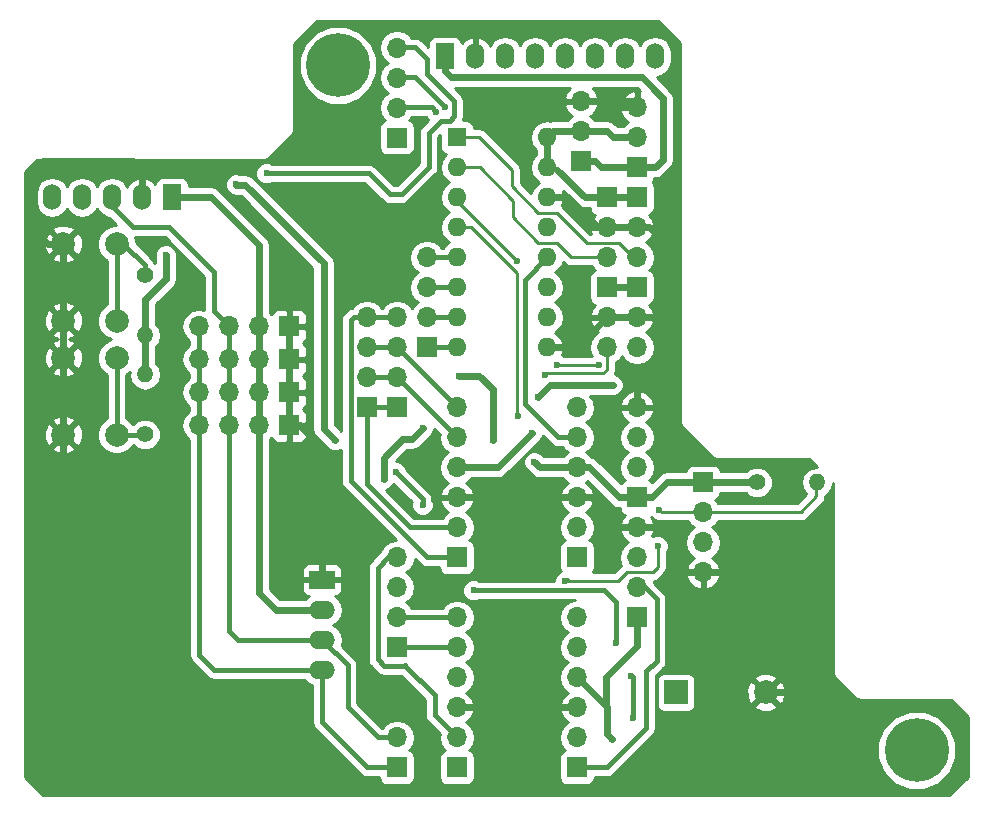
<source format=gtl>
G04 #@! TF.FileFunction,Copper,L1,Top,Signal*
%FSLAX46Y46*%
G04 Gerber Fmt 4.6, Leading zero omitted, Abs format (unit mm)*
G04 Created by KiCad (PCBNEW 4.0.5) date 11/29/17 14:00:22*
%MOMM*%
%LPD*%
G01*
G04 APERTURE LIST*
%ADD10C,0.100000*%
%ADD11C,5.400000*%
%ADD12R,1.700000X1.700000*%
%ADD13O,1.700000X1.700000*%
%ADD14R,1.600000X1.600000*%
%ADD15O,1.600000X1.600000*%
%ADD16R,2.199640X1.524000*%
%ADD17O,2.199640X1.524000*%
%ADD18R,1.524000X2.199640*%
%ADD19O,1.524000X2.199640*%
%ADD20C,2.000000*%
%ADD21R,2.000000X2.000000*%
%ADD22C,1.400000*%
%ADD23O,1.400000X1.400000*%
%ADD24C,0.600000*%
%ADD25C,0.600000*%
%ADD26C,0.250000*%
%ADD27C,0.400000*%
%ADD28C,0.254000*%
G04 APERTURE END LIST*
D10*
D11*
X173540000Y-123000000D03*
D12*
X145135600Y-73152000D03*
D13*
X145135600Y-70612000D03*
X145135600Y-68072000D03*
D14*
X134620000Y-71120000D03*
D15*
X142240000Y-88900000D03*
X134620000Y-73660000D03*
X142240000Y-86360000D03*
X134620000Y-76200000D03*
X142240000Y-83820000D03*
X134620000Y-78740000D03*
X142240000Y-81280000D03*
X134620000Y-81280000D03*
X142240000Y-78740000D03*
X134620000Y-83820000D03*
X142240000Y-76200000D03*
X134620000Y-86360000D03*
X142240000Y-73660000D03*
X134620000Y-88900000D03*
X142240000Y-71120000D03*
D13*
X134620000Y-93980000D03*
X134620000Y-96520000D03*
X134620000Y-99060000D03*
X134620000Y-101600000D03*
X134620000Y-104140000D03*
D12*
X134620000Y-106680000D03*
X144780000Y-106680000D03*
D13*
X144780000Y-104140000D03*
X144780000Y-101600000D03*
X144780000Y-99060000D03*
X144780000Y-96520000D03*
X144780000Y-93980000D03*
X134620000Y-111760000D03*
X134620000Y-114300000D03*
X134620000Y-116840000D03*
X134620000Y-119380000D03*
X134620000Y-121920000D03*
D12*
X134620000Y-124460000D03*
X144780000Y-124460000D03*
D13*
X144780000Y-121920000D03*
X144780000Y-119380000D03*
X144780000Y-116840000D03*
X144780000Y-114300000D03*
X144780000Y-111760000D03*
D12*
X149860000Y-101600000D03*
D13*
X149860000Y-99060000D03*
X149860000Y-96520000D03*
X149860000Y-93980000D03*
D12*
X149860000Y-76200000D03*
D13*
X149860000Y-78740000D03*
X149860000Y-81280000D03*
D12*
X147320000Y-76200000D03*
D13*
X147320000Y-78740000D03*
X147320000Y-81280000D03*
D12*
X149860000Y-83820000D03*
D13*
X149860000Y-86360000D03*
X149860000Y-88900000D03*
D12*
X147320000Y-83820000D03*
D13*
X147320000Y-86360000D03*
X147320000Y-88900000D03*
D12*
X129540000Y-93980000D03*
D13*
X129540000Y-91440000D03*
X129540000Y-88900000D03*
X129540000Y-86360000D03*
D12*
X129540000Y-114300000D03*
D13*
X129540000Y-111760000D03*
X129540000Y-109220000D03*
X129540000Y-106680000D03*
D12*
X127000000Y-93980000D03*
D13*
X127000000Y-91440000D03*
X127000000Y-88900000D03*
X127000000Y-86360000D03*
D12*
X149860000Y-111760000D03*
D13*
X149860000Y-109220000D03*
X149860000Y-106680000D03*
X149860000Y-104140000D03*
D12*
X149860000Y-73660000D03*
D13*
X149860000Y-71120000D03*
X149860000Y-68580000D03*
D12*
X132080000Y-88900000D03*
D13*
X132080000Y-86360000D03*
X132080000Y-83820000D03*
X132080000Y-81280000D03*
D16*
X123190000Y-108585000D03*
D17*
X123190000Y-111125000D03*
X123190000Y-113665000D03*
X123190000Y-116205000D03*
D12*
X129540000Y-124460000D03*
D13*
X129540000Y-121920000D03*
D18*
X110490000Y-76200000D03*
D19*
X107950000Y-76200000D03*
X105410000Y-76200000D03*
X102870000Y-76200000D03*
X100330000Y-76200000D03*
D18*
X133604000Y-64262000D03*
D19*
X136144000Y-64262000D03*
X138684000Y-64262000D03*
X141224000Y-64262000D03*
X143764000Y-64262000D03*
X146304000Y-64262000D03*
X148844000Y-64262000D03*
X151384000Y-64262000D03*
D20*
X101291000Y-89789000D03*
X105791000Y-89789000D03*
X101291000Y-96289000D03*
X105791000Y-96289000D03*
X101291000Y-80137000D03*
X105791000Y-80137000D03*
X101291000Y-86637000D03*
X105791000Y-86637000D03*
D12*
X155448000Y-100330000D03*
D13*
X155448000Y-102870000D03*
X155448000Y-105410000D03*
X155448000Y-107950000D03*
D12*
X120396000Y-87122000D03*
D13*
X117856000Y-87122000D03*
X115316000Y-87122000D03*
X112776000Y-87122000D03*
D12*
X120396000Y-89916000D03*
D13*
X117856000Y-89916000D03*
X115316000Y-89916000D03*
X112776000Y-89916000D03*
D12*
X120396000Y-92710000D03*
D13*
X117856000Y-92710000D03*
X115316000Y-92710000D03*
X112776000Y-92710000D03*
D12*
X120396000Y-95504000D03*
D13*
X117856000Y-95504000D03*
X115316000Y-95504000D03*
X112776000Y-95504000D03*
D12*
X129540000Y-71125080D03*
D13*
X129540000Y-68585080D03*
X129540000Y-66045080D03*
X129540000Y-63505080D03*
D11*
X124540000Y-65000000D03*
D21*
X153162000Y-118110000D03*
D20*
X160762000Y-118110000D03*
D22*
X160020000Y-100330000D03*
D23*
X165100000Y-100330000D03*
D22*
X108204000Y-82804000D03*
D23*
X108204000Y-87884000D03*
D22*
X108204000Y-96266000D03*
D23*
X108204000Y-91186000D03*
D24*
X147828000Y-92075000D03*
X141478000Y-93091000D03*
X140970000Y-96139000D03*
X141152880Y-98602800D03*
X137632440Y-96702880D03*
X134762240Y-91328240D03*
X131749800Y-95707200D03*
X128397000Y-100015040D03*
X124282200Y-96774000D03*
X115925600Y-75102720D03*
X109956600Y-81092040D03*
X147701000Y-122047000D03*
X152665002Y-80645000D03*
X139730480Y-81584800D03*
X143052800Y-90357960D03*
X146639280Y-90388440D03*
X142082520Y-91257120D03*
X139811760Y-94716600D03*
X131699000Y-102235000D03*
X136017000Y-109474000D03*
X148082000Y-113919000D03*
X149352000Y-116713000D03*
X149479000Y-120269000D03*
X133604000Y-68580000D03*
X129413000Y-99441000D03*
X151749760Y-102656640D03*
X151627840Y-105704640D03*
X132842000Y-68961000D03*
X143764000Y-108712000D03*
X118491000Y-74168000D03*
D25*
X133604000Y-64262000D02*
X133604000Y-65532000D01*
X151320500Y-67119500D02*
X152019000Y-67818000D01*
X151257000Y-67056000D02*
X151320500Y-67119500D01*
X152019000Y-67818000D02*
X152019000Y-73025000D01*
X152019000Y-73025000D02*
X151384000Y-73660000D01*
X151384000Y-73660000D02*
X149860000Y-73660000D01*
X150241000Y-66040000D02*
X151257000Y-67056000D01*
X134112000Y-66040000D02*
X150241000Y-66040000D01*
X133604000Y-65532000D02*
X134112000Y-66040000D01*
X117856000Y-87122000D02*
X117856000Y-80264000D01*
X113792000Y-76200000D02*
X110490000Y-76200000D01*
X117856000Y-80264000D02*
X113792000Y-76200000D01*
X133604000Y-64770000D02*
X133604000Y-64262000D01*
X117856000Y-89916000D02*
X117856000Y-92710000D01*
X117856000Y-95504000D02*
X117856000Y-92710000D01*
X117856000Y-87122000D02*
X117856000Y-95504000D01*
X147828000Y-92075000D02*
X146304000Y-92075000D01*
X146304000Y-92075000D02*
X142494000Y-92075000D01*
X142494000Y-92075000D02*
X141478000Y-93091000D01*
X140970000Y-96139000D02*
X138049000Y-99060000D01*
X138049000Y-99060000D02*
X134620000Y-99060000D01*
X117856000Y-95504000D02*
X117856000Y-109728000D01*
X117856000Y-109728000D02*
X119253000Y-111125000D01*
X119253000Y-111125000D02*
X123190000Y-111125000D01*
X145135600Y-73152000D02*
X146304000Y-73152000D01*
X146304000Y-73152000D02*
X146812000Y-73660000D01*
X146812000Y-73660000D02*
X149860000Y-73660000D01*
X155448000Y-100330000D02*
X160020000Y-100330000D01*
X149860000Y-101600000D02*
X151130000Y-101600000D01*
X152400000Y-100330000D02*
X155448000Y-100330000D01*
X151130000Y-101600000D02*
X152400000Y-100330000D01*
X155638500Y-100139500D02*
X155448000Y-100330000D01*
X155448000Y-100330000D02*
X154940000Y-100330000D01*
X108204000Y-87884000D02*
X108204000Y-91186000D01*
X109956600Y-82798920D02*
X109956600Y-83083400D01*
X144780000Y-99060000D02*
X141610080Y-99060000D01*
X141152880Y-98602800D02*
X141610080Y-99060000D01*
X137632440Y-92425520D02*
X137632440Y-96702880D01*
X136514840Y-91307920D02*
X137632440Y-92425520D01*
X134782560Y-91307920D02*
X136514840Y-91307920D01*
X134762240Y-91328240D02*
X134782560Y-91307920D01*
X130794760Y-96662240D02*
X131749800Y-95707200D01*
X129997200Y-96662240D02*
X130794760Y-96662240D01*
X128437640Y-98221800D02*
X129997200Y-96662240D01*
X128437640Y-99974400D02*
X128437640Y-98221800D01*
X128397000Y-100015040D02*
X128437640Y-99974400D01*
X123317000Y-95808800D02*
X124282200Y-96774000D01*
X123317000Y-81762600D02*
X123317000Y-95808800D01*
X116677440Y-75123040D02*
X123317000Y-81762600D01*
X115945920Y-75123040D02*
X116677440Y-75123040D01*
X115925600Y-75102720D02*
X115945920Y-75123040D01*
X109956600Y-82798920D02*
X109956600Y-81092040D01*
X108204000Y-84836000D02*
X108204000Y-87884000D01*
X109956600Y-83083400D02*
X108204000Y-84836000D01*
X147193000Y-119253000D02*
X147193000Y-116840000D01*
X147320000Y-119380000D02*
X147193000Y-119253000D01*
X147193000Y-119253000D02*
X144780000Y-116840000D01*
X147320000Y-121666000D02*
X147320000Y-119380000D01*
X147701000Y-122047000D02*
X147320000Y-121666000D01*
X142240000Y-73660000D02*
X142494000Y-73660000D01*
X143065500Y-73850500D02*
X145415000Y-76200000D01*
X145415000Y-76200000D02*
X147320000Y-76200000D01*
X144780000Y-99060000D02*
X145796000Y-99060000D01*
X148336000Y-101600000D02*
X149860000Y-101600000D01*
X145796000Y-99060000D02*
X148336000Y-101600000D01*
X147193000Y-116840000D02*
X149860000Y-114173000D01*
X149860000Y-114173000D02*
X149860000Y-111760000D01*
X147320000Y-83820000D02*
X149860000Y-83820000D01*
X142240000Y-71120000D02*
X142240000Y-73660000D01*
X145135600Y-70612000D02*
X142748000Y-70612000D01*
X142748000Y-70612000D02*
X142240000Y-71120000D01*
X145135600Y-70612000D02*
X147320000Y-70612000D01*
X147828000Y-71120000D02*
X149860000Y-71120000D01*
X147320000Y-70612000D02*
X147828000Y-71120000D01*
X147320000Y-76200000D02*
X149860000Y-76200000D01*
X101291000Y-80137000D02*
X99949000Y-80137000D01*
X107950000Y-73914000D02*
X107950000Y-76200000D01*
X107188000Y-73152000D02*
X107950000Y-73914000D01*
X99568000Y-73152000D02*
X107188000Y-73152000D01*
X98298000Y-74422000D02*
X99568000Y-73152000D01*
X98298000Y-78486000D02*
X98298000Y-74422000D01*
X99949000Y-80137000D02*
X98298000Y-78486000D01*
X162941000Y-118364000D02*
X162941000Y-118237000D01*
X162941000Y-118237000D02*
X162814000Y-118110000D01*
X162814000Y-118110000D02*
X160762000Y-118110000D01*
X149860000Y-86360000D02*
X151130000Y-86360000D01*
X151130000Y-86360000D02*
X152654000Y-87884000D01*
X152654000Y-87884000D02*
X152654000Y-89281000D01*
X152654000Y-89281000D02*
X149860000Y-92075000D01*
X149860000Y-92075000D02*
X149860000Y-93980000D01*
X152665002Y-80645000D02*
X152781000Y-80645000D01*
X120396000Y-92710000D02*
X120396000Y-95504000D01*
X120396000Y-87122000D02*
X120396000Y-89916000D01*
X101291000Y-80137000D02*
X101291000Y-86637000D01*
X101291000Y-96289000D02*
X101291000Y-89789000D01*
X120396000Y-87122000D02*
X120396000Y-95504000D01*
X152654000Y-87884000D02*
X152654000Y-89281000D01*
X149860000Y-92075000D02*
X149860000Y-93980000D01*
X152654000Y-89281000D02*
X149860000Y-92075000D01*
X142240000Y-88900000D02*
X144780000Y-88900000D01*
X144780000Y-88900000D02*
X147320000Y-86360000D01*
X155448000Y-107950000D02*
X154178000Y-107950000D01*
X151892000Y-104140000D02*
X149860000Y-104140000D01*
X153289000Y-105537000D02*
X151892000Y-104140000D01*
X153289000Y-107061000D02*
X153289000Y-105537000D01*
X154178000Y-107950000D02*
X153289000Y-107061000D01*
X149860000Y-104140000D02*
X148463000Y-104140000D01*
X148463000Y-104140000D02*
X145923000Y-101600000D01*
X145923000Y-101600000D02*
X144780000Y-101600000D01*
X134620000Y-101600000D02*
X144780000Y-101600000D01*
X120396000Y-95504000D02*
X121285000Y-95504000D01*
X121285000Y-95504000D02*
X123190000Y-97409000D01*
X123190000Y-97409000D02*
X123190000Y-108585000D01*
X145135600Y-68072000D02*
X146812000Y-68072000D01*
X145135600Y-68072000D02*
X149352000Y-68072000D01*
X149352000Y-68072000D02*
X149860000Y-68580000D01*
X152781000Y-88011000D02*
X152654000Y-87884000D01*
X152654000Y-87884000D02*
X151130000Y-86360000D01*
X151130000Y-86360000D02*
X147320000Y-86360000D01*
X101291000Y-80137000D02*
X100965000Y-80137000D01*
X149860000Y-78740000D02*
X150876000Y-78740000D01*
X152781000Y-80645000D02*
X152781000Y-88011000D01*
X150876000Y-78740000D02*
X152781000Y-80645000D01*
X142240000Y-76200000D02*
X144018000Y-76200000D01*
X144018000Y-76200000D02*
X146558000Y-78740000D01*
X146558000Y-78740000D02*
X149860000Y-78740000D01*
X162941000Y-118364000D02*
X162941000Y-124079000D01*
X134620000Y-119380000D02*
X136779000Y-119380000D01*
X139192000Y-121793000D02*
X139192000Y-126111000D01*
X136779000Y-119380000D02*
X139192000Y-121793000D01*
X144780000Y-119380000D02*
X143129000Y-119380000D01*
X141986000Y-120523000D02*
X141986000Y-126111000D01*
X143129000Y-119380000D02*
X141986000Y-120523000D01*
X101291000Y-80137000D02*
X101291000Y-103577000D01*
X101291000Y-113483000D02*
X112268000Y-124460000D01*
X112268000Y-124460000D02*
X125349000Y-124460000D01*
X125349000Y-124460000D02*
X127000000Y-126111000D01*
X127000000Y-126111000D02*
X139192000Y-126111000D01*
X101291000Y-103577000D02*
X101291000Y-113483000D01*
X162433000Y-107950000D02*
X155448000Y-107950000D01*
X165735000Y-111252000D02*
X165608000Y-111125000D01*
X165608000Y-111125000D02*
X162433000Y-107950000D01*
X165735000Y-121285000D02*
X165735000Y-111252000D01*
X162941000Y-124079000D02*
X165735000Y-121285000D01*
X160909000Y-126111000D02*
X162941000Y-124079000D01*
X139192000Y-126111000D02*
X141986000Y-126111000D01*
X141986000Y-126111000D02*
X160909000Y-126111000D01*
X107823000Y-76073000D02*
X107823000Y-76835000D01*
D26*
X149860000Y-81280000D02*
X149519640Y-81280000D01*
X149519640Y-81280000D02*
X148295360Y-80055720D01*
X148295360Y-80055720D02*
X145587720Y-80055720D01*
X145587720Y-80055720D02*
X143057880Y-77525880D01*
X143057880Y-77525880D02*
X141513560Y-77525880D01*
X141513560Y-77525880D02*
X139252960Y-75265280D01*
X139252960Y-75265280D02*
X139252960Y-73863200D01*
X139252960Y-73863200D02*
X136509760Y-71120000D01*
X136509760Y-71120000D02*
X134620000Y-71120000D01*
X147320000Y-81280000D02*
X144312640Y-81280000D01*
X136530080Y-73660000D02*
X134620000Y-73660000D01*
X139334240Y-76464160D02*
X136530080Y-73660000D01*
X139334240Y-77866240D02*
X139334240Y-76464160D01*
X141488160Y-80020160D02*
X139334240Y-77866240D01*
X143052800Y-80020160D02*
X141488160Y-80020160D01*
X144312640Y-81280000D02*
X143052800Y-80020160D01*
X134620000Y-76200000D02*
X134620000Y-76474320D01*
X134620000Y-76474320D02*
X139730480Y-81584800D01*
X143052800Y-90357960D02*
X143083280Y-90388440D01*
X143083280Y-90388440D02*
X146639280Y-90388440D01*
X134620000Y-78740000D02*
X135839200Y-78740000D01*
X147320000Y-90774520D02*
X147320000Y-88900000D01*
X146989800Y-91104720D02*
X147320000Y-90774520D01*
X142234920Y-91104720D02*
X146989800Y-91104720D01*
X142082520Y-91257120D02*
X142234920Y-91104720D01*
X139674600Y-94579440D02*
X139811760Y-94716600D01*
X139674600Y-82575400D02*
X139674600Y-94579440D01*
X135839200Y-78740000D02*
X139674600Y-82575400D01*
D25*
X102870000Y-76200000D02*
X102870000Y-76962000D01*
D27*
X102743000Y-76073000D02*
X102743000Y-76200000D01*
X112776000Y-92710000D02*
X112776000Y-95504000D01*
X112776000Y-89916000D02*
X112776000Y-92710000D01*
X112776000Y-87122000D02*
X112776000Y-95504000D01*
X123190000Y-116205000D02*
X123190000Y-120650000D01*
X127000000Y-124460000D02*
X129540000Y-124460000D01*
X123190000Y-120650000D02*
X127000000Y-124460000D01*
X112776000Y-95504000D02*
X112776000Y-114935000D01*
X114046000Y-116205000D02*
X123190000Y-116205000D01*
X112776000Y-114935000D02*
X114046000Y-116205000D01*
X105410000Y-76200000D02*
X105410000Y-76962000D01*
X105410000Y-76962000D02*
X107188000Y-78740000D01*
X107188000Y-78740000D02*
X110236000Y-78740000D01*
X110236000Y-78740000D02*
X114046000Y-82550000D01*
X114046000Y-82550000D02*
X114046000Y-85852000D01*
X114046000Y-85852000D02*
X115316000Y-87122000D01*
X115316000Y-89916000D02*
X115316000Y-87122000D01*
X115316000Y-92710000D02*
X115316000Y-89916000D01*
X115316000Y-87122000D02*
X115316000Y-95504000D01*
X129540000Y-121920000D02*
X127889000Y-121920000D01*
X125349000Y-115824000D02*
X123190000Y-113665000D01*
X125349000Y-119380000D02*
X125349000Y-115824000D01*
X127889000Y-121920000D02*
X125349000Y-119380000D01*
X115316000Y-95504000D02*
X115316000Y-112903000D01*
X115316000Y-112903000D02*
X116078000Y-113665000D01*
X116078000Y-113665000D02*
X123190000Y-113665000D01*
X105283000Y-76073000D02*
X105537000Y-76073000D01*
X134620000Y-104140000D02*
X130637280Y-104140000D01*
X127000000Y-100502720D02*
X127000000Y-93980000D01*
X130637280Y-104140000D02*
X127000000Y-100502720D01*
X127000000Y-93980000D02*
X129540000Y-93980000D01*
X129540000Y-91440000D02*
X134620000Y-96520000D01*
X127000000Y-91440000D02*
X129540000Y-91440000D01*
X129540000Y-88900000D02*
X134620000Y-93980000D01*
X127000000Y-88900000D02*
X129540000Y-88900000D01*
X127000000Y-86360000D02*
X125857000Y-86360000D01*
X132080000Y-106680000D02*
X134620000Y-106680000D01*
X125603000Y-100203000D02*
X132080000Y-106680000D01*
X125603000Y-86614000D02*
X125603000Y-100203000D01*
X125857000Y-86360000D02*
X125603000Y-86614000D01*
X127000000Y-86360000D02*
X126746000Y-86360000D01*
X127000000Y-86360000D02*
X129540000Y-86360000D01*
X144780000Y-124460000D02*
X147320000Y-124460000D01*
X151511000Y-110236000D02*
X150495000Y-109220000D01*
X151511000Y-115443000D02*
X151511000Y-110236000D01*
X150622000Y-116332000D02*
X151511000Y-115443000D01*
X150622000Y-121158000D02*
X150622000Y-116332000D01*
X147320000Y-124460000D02*
X150622000Y-121158000D01*
X150495000Y-109220000D02*
X149860000Y-109220000D01*
X129540000Y-114300000D02*
X134620000Y-114300000D01*
X134620000Y-111760000D02*
X129540000Y-111760000D01*
X130238500Y-115887500D02*
X128460500Y-115887500D01*
X127889000Y-107569000D02*
X128778000Y-106680000D01*
X127889000Y-115316000D02*
X127889000Y-107569000D01*
X128460500Y-115887500D02*
X127889000Y-115316000D01*
X128778000Y-106680000D02*
X129540000Y-106680000D01*
X134620000Y-121920000D02*
X132715000Y-120015000D01*
X132715000Y-118364000D02*
X130238500Y-115887500D01*
X130238500Y-115887500D02*
X130175000Y-115824000D01*
X132715000Y-120015000D02*
X132715000Y-118364000D01*
X144780000Y-96520000D02*
X143129000Y-96520000D01*
X140335000Y-83185000D02*
X142240000Y-81280000D01*
X140335000Y-93726000D02*
X140335000Y-83185000D01*
X143129000Y-96520000D02*
X140335000Y-93726000D01*
X132080000Y-88900000D02*
X134620000Y-88900000D01*
X132080000Y-86360000D02*
X134620000Y-86360000D01*
X132080000Y-83820000D02*
X134620000Y-83820000D01*
X132080000Y-81280000D02*
X134620000Y-81280000D01*
X129413000Y-99441000D02*
X131699000Y-101727000D01*
X131699000Y-101727000D02*
X131699000Y-102235000D01*
X136017000Y-109474000D02*
X143891000Y-109474000D01*
X143891000Y-109474000D02*
X147066000Y-109474000D01*
X147066000Y-109474000D02*
X148082000Y-110490000D01*
X148082000Y-110490000D02*
X148082000Y-113919000D01*
X149352000Y-116713000D02*
X149479000Y-116840000D01*
X149479000Y-116840000D02*
X149479000Y-120269000D01*
X131064000Y-66040000D02*
X129540000Y-66040000D01*
X131064000Y-66040000D02*
X133604000Y-68580000D01*
D26*
X165053000Y-100139500D02*
X165053000Y-101520000D01*
X163703000Y-102870000D02*
X155448000Y-102870000D01*
X165053000Y-101520000D02*
X163703000Y-102870000D01*
X143764000Y-108712000D02*
X148254720Y-108712000D01*
X151963120Y-102870000D02*
X155448000Y-102870000D01*
X151749760Y-102656640D02*
X151963120Y-102870000D01*
X151627840Y-107492800D02*
X151627840Y-105704640D01*
X151180800Y-107939840D02*
X151627840Y-107492800D01*
X149026880Y-107939840D02*
X151180800Y-107939840D01*
X148254720Y-108712000D02*
X149026880Y-107939840D01*
D27*
X132461000Y-68580000D02*
X132842000Y-68961000D01*
X132461000Y-68580000D02*
X129540000Y-68580000D01*
X143764000Y-108712000D02*
X143891000Y-108585000D01*
X105791000Y-96289000D02*
X108181000Y-96289000D01*
X108181000Y-96289000D02*
X108204000Y-96266000D01*
X105791000Y-96289000D02*
X105791000Y-89789000D01*
X108204000Y-82804000D02*
X108204000Y-81962000D01*
X108204000Y-81962000D02*
X106379000Y-80137000D01*
X134366000Y-68707000D02*
X134366000Y-69342000D01*
X131064000Y-63500000D02*
X132080000Y-64516000D01*
X132080000Y-64516000D02*
X132080000Y-65786000D01*
X132080000Y-65786000D02*
X134366000Y-68072000D01*
X134366000Y-68072000D02*
X134366000Y-68707000D01*
X127127000Y-74168000D02*
X118491000Y-74168000D01*
X128905000Y-75946000D02*
X127127000Y-74168000D01*
X129921000Y-75946000D02*
X128905000Y-75946000D01*
X131064000Y-63500000D02*
X129540000Y-63500000D01*
X132207000Y-73660000D02*
X129921000Y-75946000D01*
X132207000Y-70739000D02*
X132207000Y-73660000D01*
X133223000Y-69723000D02*
X132207000Y-70739000D01*
X133985000Y-69723000D02*
X133223000Y-69723000D01*
X134366000Y-69342000D02*
X133985000Y-69723000D01*
X129540000Y-63500000D02*
X130302000Y-63500000D01*
X105791000Y-86637000D02*
X105791000Y-80137000D01*
X105791000Y-80137000D02*
X106379000Y-80137000D01*
D28*
G36*
X153531500Y-63159092D02*
X153531500Y-95186500D01*
X153585546Y-95458205D01*
X153739454Y-95688546D01*
X156152454Y-98101546D01*
X156382795Y-98255454D01*
X156654500Y-98309500D01*
X164424908Y-98309500D01*
X165110408Y-98995000D01*
X165073846Y-98995000D01*
X164562964Y-99096621D01*
X164129858Y-99386012D01*
X163840467Y-99819118D01*
X163738846Y-100330000D01*
X163840467Y-100840882D01*
X164129858Y-101273988D01*
X164186418Y-101311780D01*
X163388198Y-102110000D01*
X156720954Y-102110000D01*
X156527147Y-101819946D01*
X156485548Y-101792150D01*
X156533317Y-101783162D01*
X156749441Y-101644090D01*
X156894431Y-101431890D01*
X156928227Y-101265000D01*
X159067040Y-101265000D01*
X159262796Y-101461098D01*
X159753287Y-101664768D01*
X160284383Y-101665231D01*
X160775229Y-101462418D01*
X161151098Y-101087204D01*
X161354768Y-100596713D01*
X161355231Y-100065617D01*
X161152418Y-99574771D01*
X160777204Y-99198902D01*
X160286713Y-98995232D01*
X159755617Y-98994769D01*
X159264771Y-99197582D01*
X159067008Y-99395000D01*
X156929446Y-99395000D01*
X156901162Y-99244683D01*
X156762090Y-99028559D01*
X156549890Y-98883569D01*
X156298000Y-98832560D01*
X154598000Y-98832560D01*
X154362683Y-98876838D01*
X154146559Y-99015910D01*
X154001569Y-99228110D01*
X153967773Y-99395000D01*
X152400000Y-99395000D01*
X152042191Y-99466173D01*
X151738855Y-99668855D01*
X151135511Y-100272199D01*
X150961890Y-100153569D01*
X150894459Y-100139914D01*
X150939147Y-100110054D01*
X151261054Y-99628285D01*
X151374093Y-99060000D01*
X151261054Y-98491715D01*
X150939147Y-98009946D01*
X150609974Y-97790000D01*
X150939147Y-97570054D01*
X151261054Y-97088285D01*
X151374093Y-96520000D01*
X151261054Y-95951715D01*
X150939147Y-95469946D01*
X150598447Y-95242298D01*
X150741358Y-95175183D01*
X151131645Y-94746924D01*
X151301476Y-94336890D01*
X151180155Y-94107000D01*
X149987000Y-94107000D01*
X149987000Y-94127000D01*
X149733000Y-94127000D01*
X149733000Y-94107000D01*
X148539845Y-94107000D01*
X148418524Y-94336890D01*
X148588355Y-94746924D01*
X148978642Y-95175183D01*
X149121553Y-95242298D01*
X148780853Y-95469946D01*
X148458946Y-95951715D01*
X148345907Y-96520000D01*
X148458946Y-97088285D01*
X148780853Y-97570054D01*
X149110026Y-97790000D01*
X148780853Y-98009946D01*
X148458946Y-98491715D01*
X148345907Y-99060000D01*
X148458946Y-99628285D01*
X148780853Y-100110054D01*
X148822452Y-100137850D01*
X148774683Y-100146838D01*
X148558559Y-100285910D01*
X148471547Y-100413257D01*
X146457145Y-98398855D01*
X146153809Y-98196173D01*
X145957487Y-98157122D01*
X145859147Y-98009946D01*
X145529974Y-97790000D01*
X145859147Y-97570054D01*
X146181054Y-97088285D01*
X146294093Y-96520000D01*
X146181054Y-95951715D01*
X145859147Y-95469946D01*
X145529974Y-95250000D01*
X145859147Y-95030054D01*
X146181054Y-94548285D01*
X146294093Y-93980000D01*
X146223104Y-93623110D01*
X148418524Y-93623110D01*
X148539845Y-93853000D01*
X149733000Y-93853000D01*
X149733000Y-92659181D01*
X149987000Y-92659181D01*
X149987000Y-93853000D01*
X151180155Y-93853000D01*
X151301476Y-93623110D01*
X151131645Y-93213076D01*
X150741358Y-92784817D01*
X150216892Y-92538514D01*
X149987000Y-92659181D01*
X149733000Y-92659181D01*
X149503108Y-92538514D01*
X148978642Y-92784817D01*
X148588355Y-93213076D01*
X148418524Y-93623110D01*
X146223104Y-93623110D01*
X146181054Y-93411715D01*
X145912637Y-93010000D01*
X147827184Y-93010000D01*
X148013167Y-93010162D01*
X148356943Y-92868117D01*
X148620192Y-92605327D01*
X148762838Y-92261799D01*
X148763162Y-91889833D01*
X148621117Y-91546057D01*
X148358327Y-91282808D01*
X148014799Y-91140162D01*
X147972192Y-91140125D01*
X148022148Y-91065360D01*
X148080000Y-90774520D01*
X148080000Y-90163301D01*
X148399147Y-89950054D01*
X148590000Y-89664422D01*
X148780853Y-89950054D01*
X149262622Y-90271961D01*
X149830907Y-90385000D01*
X149889093Y-90385000D01*
X150457378Y-90271961D01*
X150939147Y-89950054D01*
X151261054Y-89468285D01*
X151374093Y-88900000D01*
X151261054Y-88331715D01*
X150939147Y-87849946D01*
X150598447Y-87622298D01*
X150741358Y-87555183D01*
X151131645Y-87126924D01*
X151301476Y-86716890D01*
X151180155Y-86487000D01*
X149987000Y-86487000D01*
X149987000Y-86507000D01*
X149733000Y-86507000D01*
X149733000Y-86487000D01*
X147447000Y-86487000D01*
X147447000Y-86507000D01*
X147193000Y-86507000D01*
X147193000Y-86487000D01*
X145999845Y-86487000D01*
X145878524Y-86716890D01*
X146048355Y-87126924D01*
X146438642Y-87555183D01*
X146581553Y-87622298D01*
X146240853Y-87849946D01*
X145918946Y-88331715D01*
X145805907Y-88900000D01*
X145918946Y-89468285D01*
X146025958Y-89628440D01*
X143645690Y-89628440D01*
X143583127Y-89565768D01*
X143512813Y-89536571D01*
X143631904Y-89249039D01*
X143509915Y-89027000D01*
X142367000Y-89027000D01*
X142367000Y-89047000D01*
X142113000Y-89047000D01*
X142113000Y-89027000D01*
X142093000Y-89027000D01*
X142093000Y-88773000D01*
X142113000Y-88773000D01*
X142113000Y-88753000D01*
X142367000Y-88753000D01*
X142367000Y-88773000D01*
X143509915Y-88773000D01*
X143631904Y-88550961D01*
X143471041Y-88162577D01*
X143095134Y-87747611D01*
X142878297Y-87644986D01*
X143282811Y-87374698D01*
X143593880Y-86909151D01*
X143703113Y-86360000D01*
X143593880Y-85810849D01*
X143282811Y-85345302D01*
X142900725Y-85090000D01*
X143282811Y-84834698D01*
X143593880Y-84369151D01*
X143703113Y-83820000D01*
X143593880Y-83270849D01*
X143282811Y-82805302D01*
X142900725Y-82550000D01*
X143282811Y-82294698D01*
X143593880Y-81829151D01*
X143625919Y-81668081D01*
X143775239Y-81817401D01*
X144021801Y-81982148D01*
X144312640Y-82040000D01*
X146047046Y-82040000D01*
X146240853Y-82330054D01*
X146282452Y-82357850D01*
X146234683Y-82366838D01*
X146018559Y-82505910D01*
X145873569Y-82718110D01*
X145822560Y-82970000D01*
X145822560Y-84670000D01*
X145866838Y-84905317D01*
X146005910Y-85121441D01*
X146218110Y-85266431D01*
X146326107Y-85288301D01*
X146048355Y-85593076D01*
X145878524Y-86003110D01*
X145999845Y-86233000D01*
X147193000Y-86233000D01*
X147193000Y-86213000D01*
X147447000Y-86213000D01*
X147447000Y-86233000D01*
X149733000Y-86233000D01*
X149733000Y-86213000D01*
X149987000Y-86213000D01*
X149987000Y-86233000D01*
X151180155Y-86233000D01*
X151301476Y-86003110D01*
X151131645Y-85593076D01*
X150855499Y-85290063D01*
X150945317Y-85273162D01*
X151161441Y-85134090D01*
X151306431Y-84921890D01*
X151357440Y-84670000D01*
X151357440Y-82970000D01*
X151313162Y-82734683D01*
X151174090Y-82518559D01*
X150961890Y-82373569D01*
X150894459Y-82359914D01*
X150939147Y-82330054D01*
X151261054Y-81848285D01*
X151374093Y-81280000D01*
X151261054Y-80711715D01*
X150939147Y-80229946D01*
X150598447Y-80002298D01*
X150741358Y-79935183D01*
X151131645Y-79506924D01*
X151301476Y-79096890D01*
X151180155Y-78867000D01*
X149987000Y-78867000D01*
X149987000Y-78887000D01*
X149733000Y-78887000D01*
X149733000Y-78867000D01*
X147447000Y-78867000D01*
X147447000Y-78887000D01*
X147193000Y-78887000D01*
X147193000Y-78867000D01*
X145999845Y-78867000D01*
X145878524Y-79096890D01*
X145960877Y-79295720D01*
X145902522Y-79295720D01*
X143595281Y-76988479D01*
X143481408Y-76912392D01*
X143631904Y-76549039D01*
X143509915Y-76327000D01*
X142367000Y-76327000D01*
X142367000Y-76347000D01*
X142113000Y-76347000D01*
X142113000Y-76327000D01*
X142093000Y-76327000D01*
X142093000Y-76073000D01*
X142113000Y-76073000D01*
X142113000Y-76053000D01*
X142367000Y-76053000D01*
X142367000Y-76073000D01*
X143509915Y-76073000D01*
X143631904Y-75850961D01*
X143552882Y-75660172D01*
X144753855Y-76861145D01*
X145057191Y-77063827D01*
X145415000Y-77135000D01*
X145838554Y-77135000D01*
X145866838Y-77285317D01*
X146005910Y-77501441D01*
X146218110Y-77646431D01*
X146326107Y-77668301D01*
X146048355Y-77973076D01*
X145878524Y-78383110D01*
X145999845Y-78613000D01*
X147193000Y-78613000D01*
X147193000Y-78593000D01*
X147447000Y-78593000D01*
X147447000Y-78613000D01*
X149733000Y-78613000D01*
X149733000Y-78593000D01*
X149987000Y-78593000D01*
X149987000Y-78613000D01*
X151180155Y-78613000D01*
X151301476Y-78383110D01*
X151131645Y-77973076D01*
X150855499Y-77670063D01*
X150945317Y-77653162D01*
X151161441Y-77514090D01*
X151306431Y-77301890D01*
X151357440Y-77050000D01*
X151357440Y-75350000D01*
X151313162Y-75114683D01*
X151192985Y-74927923D01*
X151306431Y-74761890D01*
X151340227Y-74595000D01*
X151384000Y-74595000D01*
X151741809Y-74523827D01*
X152045145Y-74321145D01*
X152680145Y-73686145D01*
X152794303Y-73515295D01*
X152882827Y-73382809D01*
X152954000Y-73025000D01*
X152954000Y-67818000D01*
X152882827Y-67460191D01*
X152680145Y-67156855D01*
X151525876Y-66002586D01*
X151918609Y-65924467D01*
X152371828Y-65621635D01*
X152674660Y-65168416D01*
X152781000Y-64633807D01*
X152781000Y-63890193D01*
X152674660Y-63355584D01*
X152371828Y-62902365D01*
X151918609Y-62599533D01*
X151384000Y-62493193D01*
X150849391Y-62599533D01*
X150396172Y-62902365D01*
X150114000Y-63324664D01*
X149831828Y-62902365D01*
X149378609Y-62599533D01*
X148844000Y-62493193D01*
X148309391Y-62599533D01*
X147856172Y-62902365D01*
X147574000Y-63324664D01*
X147291828Y-62902365D01*
X146838609Y-62599533D01*
X146304000Y-62493193D01*
X145769391Y-62599533D01*
X145316172Y-62902365D01*
X145034000Y-63324664D01*
X144751828Y-62902365D01*
X144298609Y-62599533D01*
X143764000Y-62493193D01*
X143229391Y-62599533D01*
X142776172Y-62902365D01*
X142494000Y-63324664D01*
X142211828Y-62902365D01*
X141758609Y-62599533D01*
X141224000Y-62493193D01*
X140689391Y-62599533D01*
X140236172Y-62902365D01*
X139954000Y-63324664D01*
X139671828Y-62902365D01*
X139218609Y-62599533D01*
X138684000Y-62493193D01*
X138149391Y-62599533D01*
X137696172Y-62902365D01*
X137405353Y-63337606D01*
X137386059Y-63272239D01*
X137042026Y-62846550D01*
X136561277Y-62584920D01*
X136487070Y-62569960D01*
X136271000Y-62692460D01*
X136271000Y-64135000D01*
X136291000Y-64135000D01*
X136291000Y-64389000D01*
X136271000Y-64389000D01*
X136271000Y-64409000D01*
X136017000Y-64409000D01*
X136017000Y-64389000D01*
X135997000Y-64389000D01*
X135997000Y-64135000D01*
X136017000Y-64135000D01*
X136017000Y-62692460D01*
X135800930Y-62569960D01*
X135726723Y-62584920D01*
X135245974Y-62846550D01*
X135009181Y-63139546D01*
X134969162Y-62926863D01*
X134830090Y-62710739D01*
X134617890Y-62565749D01*
X134366000Y-62514740D01*
X132842000Y-62514740D01*
X132606683Y-62559018D01*
X132390559Y-62698090D01*
X132245569Y-62910290D01*
X132194560Y-63162180D01*
X132194560Y-63449692D01*
X131654434Y-62909566D01*
X131560124Y-62846550D01*
X131383541Y-62728561D01*
X131064000Y-62665000D01*
X130759447Y-62665000D01*
X130619147Y-62455026D01*
X130137378Y-62133119D01*
X129569093Y-62020080D01*
X129510907Y-62020080D01*
X128942622Y-62133119D01*
X128460853Y-62455026D01*
X128138946Y-62936795D01*
X128025907Y-63505080D01*
X128138946Y-64073365D01*
X128460853Y-64555134D01*
X128790026Y-64775080D01*
X128460853Y-64995026D01*
X128138946Y-65476795D01*
X128025907Y-66045080D01*
X128138946Y-66613365D01*
X128460853Y-67095134D01*
X128790026Y-67315080D01*
X128460853Y-67535026D01*
X128138946Y-68016795D01*
X128025907Y-68585080D01*
X128138946Y-69153365D01*
X128460853Y-69635134D01*
X128502452Y-69662930D01*
X128454683Y-69671918D01*
X128238559Y-69810990D01*
X128093569Y-70023190D01*
X128042560Y-70275080D01*
X128042560Y-71975080D01*
X128086838Y-72210397D01*
X128225910Y-72426521D01*
X128438110Y-72571511D01*
X128690000Y-72622520D01*
X130390000Y-72622520D01*
X130625317Y-72578242D01*
X130841441Y-72439170D01*
X130986431Y-72226970D01*
X131037440Y-71975080D01*
X131037440Y-70275080D01*
X130993162Y-70039763D01*
X130854090Y-69823639D01*
X130641890Y-69678649D01*
X130574459Y-69664994D01*
X130619147Y-69635134D01*
X130766235Y-69415000D01*
X132017917Y-69415000D01*
X132048883Y-69489943D01*
X132161937Y-69603195D01*
X131616566Y-70148566D01*
X131435561Y-70419459D01*
X131372000Y-70739000D01*
X131372000Y-73314132D01*
X129575132Y-75111000D01*
X129250868Y-75111000D01*
X127717434Y-73577566D01*
X127624239Y-73515295D01*
X127446541Y-73396561D01*
X127127000Y-73333000D01*
X118918234Y-73333000D01*
X118677799Y-73233162D01*
X118305833Y-73232838D01*
X117962057Y-73374883D01*
X117698808Y-73637673D01*
X117556162Y-73981201D01*
X117555838Y-74353167D01*
X117697883Y-74696943D01*
X117960673Y-74960192D01*
X118304201Y-75102838D01*
X118676167Y-75103162D01*
X118918578Y-75003000D01*
X126781132Y-75003000D01*
X128314566Y-76536434D01*
X128585460Y-76717440D01*
X128905000Y-76781000D01*
X129921000Y-76781000D01*
X130240541Y-76717439D01*
X130511434Y-76536434D01*
X132797434Y-74250434D01*
X132805145Y-74238893D01*
X132978439Y-73979541D01*
X133042000Y-73660000D01*
X133042000Y-71084868D01*
X133172560Y-70954308D01*
X133172560Y-71920000D01*
X133216838Y-72155317D01*
X133355910Y-72371441D01*
X133568110Y-72516431D01*
X133723089Y-72547815D01*
X133577189Y-72645302D01*
X133266120Y-73110849D01*
X133156887Y-73660000D01*
X133266120Y-74209151D01*
X133577189Y-74674698D01*
X133959275Y-74930000D01*
X133577189Y-75185302D01*
X133266120Y-75650849D01*
X133156887Y-76200000D01*
X133266120Y-76749151D01*
X133577189Y-77214698D01*
X133959275Y-77470000D01*
X133577189Y-77725302D01*
X133266120Y-78190849D01*
X133156887Y-78740000D01*
X133266120Y-79289151D01*
X133577189Y-79754698D01*
X133959275Y-80010000D01*
X133577189Y-80265302D01*
X133457118Y-80445000D01*
X133302841Y-80445000D01*
X133159147Y-80229946D01*
X132677378Y-79908039D01*
X132109093Y-79795000D01*
X132050907Y-79795000D01*
X131482622Y-79908039D01*
X131000853Y-80229946D01*
X130678946Y-80711715D01*
X130565907Y-81280000D01*
X130678946Y-81848285D01*
X131000853Y-82330054D01*
X131330026Y-82550000D01*
X131000853Y-82769946D01*
X130678946Y-83251715D01*
X130565907Y-83820000D01*
X130678946Y-84388285D01*
X131000853Y-84870054D01*
X131330026Y-85090000D01*
X131000853Y-85309946D01*
X130810000Y-85595578D01*
X130619147Y-85309946D01*
X130137378Y-84988039D01*
X129569093Y-84875000D01*
X129510907Y-84875000D01*
X128942622Y-84988039D01*
X128460853Y-85309946D01*
X128317159Y-85525000D01*
X128222841Y-85525000D01*
X128079147Y-85309946D01*
X127597378Y-84988039D01*
X127029093Y-84875000D01*
X126970907Y-84875000D01*
X126402622Y-84988039D01*
X125920853Y-85309946D01*
X125764921Y-85543316D01*
X125537459Y-85588561D01*
X125339331Y-85720946D01*
X125266566Y-85769566D01*
X125012566Y-86023566D01*
X124831561Y-86294459D01*
X124768000Y-86614000D01*
X124768000Y-95937510D01*
X124252000Y-95421510D01*
X124252000Y-81762600D01*
X124180827Y-81404791D01*
X123978145Y-81101455D01*
X117338585Y-74461895D01*
X117035249Y-74259213D01*
X116677440Y-74188040D01*
X116160945Y-74188040D01*
X116112399Y-74167882D01*
X115740433Y-74167558D01*
X115396657Y-74309603D01*
X115133408Y-74572393D01*
X114990762Y-74915921D01*
X114990438Y-75287887D01*
X115132483Y-75631663D01*
X115395273Y-75894912D01*
X115541138Y-75955481D01*
X115588111Y-75986867D01*
X115643034Y-75997792D01*
X115738801Y-76037558D01*
X115843409Y-76037649D01*
X115945920Y-76058040D01*
X116290150Y-76058040D01*
X122382000Y-82149890D01*
X122382000Y-95808800D01*
X122453173Y-96166609D01*
X122655855Y-96469945D01*
X123620764Y-97434854D01*
X123751873Y-97566192D01*
X124095401Y-97708838D01*
X124467367Y-97709162D01*
X124768000Y-97584943D01*
X124768000Y-100203000D01*
X124831561Y-100522541D01*
X124983544Y-100750000D01*
X125012566Y-100793434D01*
X129430188Y-105211056D01*
X128942622Y-105308039D01*
X128460853Y-105629946D01*
X128138946Y-106111715D01*
X128132373Y-106144759D01*
X127298566Y-106978566D01*
X127117561Y-107249459D01*
X127054000Y-107569000D01*
X127054000Y-115316000D01*
X127117561Y-115635541D01*
X127279567Y-115878000D01*
X127298566Y-115906434D01*
X127870066Y-116477934D01*
X128140959Y-116658939D01*
X128460500Y-116722500D01*
X129892632Y-116722500D01*
X131880000Y-118709868D01*
X131880000Y-120015000D01*
X131943561Y-120334541D01*
X132086216Y-120548039D01*
X132124566Y-120605434D01*
X133161193Y-121642061D01*
X133105907Y-121920000D01*
X133218946Y-122488285D01*
X133540853Y-122970054D01*
X133582452Y-122997850D01*
X133534683Y-123006838D01*
X133318559Y-123145910D01*
X133173569Y-123358110D01*
X133122560Y-123610000D01*
X133122560Y-125310000D01*
X133166838Y-125545317D01*
X133305910Y-125761441D01*
X133518110Y-125906431D01*
X133770000Y-125957440D01*
X135470000Y-125957440D01*
X135705317Y-125913162D01*
X135921441Y-125774090D01*
X136066431Y-125561890D01*
X136117440Y-125310000D01*
X136117440Y-123610000D01*
X136073162Y-123374683D01*
X135934090Y-123158559D01*
X135721890Y-123013569D01*
X135654459Y-122999914D01*
X135699147Y-122970054D01*
X136021054Y-122488285D01*
X136134093Y-121920000D01*
X136021054Y-121351715D01*
X135699147Y-120869946D01*
X135358447Y-120642298D01*
X135501358Y-120575183D01*
X135891645Y-120146924D01*
X136061476Y-119736890D01*
X135940155Y-119507000D01*
X134747000Y-119507000D01*
X134747000Y-119527000D01*
X134493000Y-119527000D01*
X134493000Y-119507000D01*
X134473000Y-119507000D01*
X134473000Y-119253000D01*
X134493000Y-119253000D01*
X134493000Y-119233000D01*
X134747000Y-119233000D01*
X134747000Y-119253000D01*
X135940155Y-119253000D01*
X136061476Y-119023110D01*
X135891645Y-118613076D01*
X135501358Y-118184817D01*
X135358447Y-118117702D01*
X135699147Y-117890054D01*
X136021054Y-117408285D01*
X136134093Y-116840000D01*
X136021054Y-116271715D01*
X135699147Y-115789946D01*
X135369974Y-115570000D01*
X135699147Y-115350054D01*
X136021054Y-114868285D01*
X136134093Y-114300000D01*
X136021054Y-113731715D01*
X135699147Y-113249946D01*
X135369974Y-113030000D01*
X135699147Y-112810054D01*
X136021054Y-112328285D01*
X136134093Y-111760000D01*
X136021054Y-111191715D01*
X135699147Y-110709946D01*
X135217378Y-110388039D01*
X134649093Y-110275000D01*
X134590907Y-110275000D01*
X134022622Y-110388039D01*
X133540853Y-110709946D01*
X133397159Y-110925000D01*
X130762841Y-110925000D01*
X130619147Y-110709946D01*
X130289974Y-110490000D01*
X130619147Y-110270054D01*
X130941054Y-109788285D01*
X130966737Y-109659167D01*
X135081838Y-109659167D01*
X135223883Y-110002943D01*
X135486673Y-110266192D01*
X135830201Y-110408838D01*
X136202167Y-110409162D01*
X136444578Y-110309000D01*
X144579978Y-110309000D01*
X144182622Y-110388039D01*
X143700853Y-110709946D01*
X143378946Y-111191715D01*
X143265907Y-111760000D01*
X143378946Y-112328285D01*
X143700853Y-112810054D01*
X144030026Y-113030000D01*
X143700853Y-113249946D01*
X143378946Y-113731715D01*
X143265907Y-114300000D01*
X143378946Y-114868285D01*
X143700853Y-115350054D01*
X144030026Y-115570000D01*
X143700853Y-115789946D01*
X143378946Y-116271715D01*
X143265907Y-116840000D01*
X143378946Y-117408285D01*
X143700853Y-117890054D01*
X144041553Y-118117702D01*
X143898642Y-118184817D01*
X143508355Y-118613076D01*
X143338524Y-119023110D01*
X143459845Y-119253000D01*
X144653000Y-119253000D01*
X144653000Y-119233000D01*
X144907000Y-119233000D01*
X144907000Y-119253000D01*
X144927000Y-119253000D01*
X144927000Y-119507000D01*
X144907000Y-119507000D01*
X144907000Y-119527000D01*
X144653000Y-119527000D01*
X144653000Y-119507000D01*
X143459845Y-119507000D01*
X143338524Y-119736890D01*
X143508355Y-120146924D01*
X143898642Y-120575183D01*
X144041553Y-120642298D01*
X143700853Y-120869946D01*
X143378946Y-121351715D01*
X143265907Y-121920000D01*
X143378946Y-122488285D01*
X143700853Y-122970054D01*
X143742452Y-122997850D01*
X143694683Y-123006838D01*
X143478559Y-123145910D01*
X143333569Y-123358110D01*
X143282560Y-123610000D01*
X143282560Y-125310000D01*
X143326838Y-125545317D01*
X143465910Y-125761441D01*
X143678110Y-125906431D01*
X143930000Y-125957440D01*
X145630000Y-125957440D01*
X145865317Y-125913162D01*
X146081441Y-125774090D01*
X146226431Y-125561890D01*
X146277440Y-125310000D01*
X146277440Y-125295000D01*
X147320000Y-125295000D01*
X147639541Y-125231439D01*
X147910434Y-125050434D01*
X149300406Y-123660462D01*
X170204422Y-123660462D01*
X170711076Y-124886658D01*
X171648407Y-125825627D01*
X172873717Y-126334420D01*
X174200462Y-126335578D01*
X175426658Y-125828924D01*
X176365627Y-124891593D01*
X176874420Y-123666283D01*
X176875578Y-122339538D01*
X176368924Y-121113342D01*
X175431593Y-120174373D01*
X174206283Y-119665580D01*
X172879538Y-119664422D01*
X171653342Y-120171076D01*
X170714373Y-121108407D01*
X170205580Y-122333717D01*
X170204422Y-123660462D01*
X149300406Y-123660462D01*
X151212434Y-121748434D01*
X151252019Y-121689191D01*
X151393439Y-121477541D01*
X151457000Y-121158000D01*
X151457000Y-117110000D01*
X151514560Y-117110000D01*
X151514560Y-119110000D01*
X151558838Y-119345317D01*
X151697910Y-119561441D01*
X151910110Y-119706431D01*
X152162000Y-119757440D01*
X154162000Y-119757440D01*
X154397317Y-119713162D01*
X154613441Y-119574090D01*
X154758431Y-119361890D01*
X154778551Y-119262532D01*
X159789073Y-119262532D01*
X159887736Y-119529387D01*
X160497461Y-119755908D01*
X161147460Y-119731856D01*
X161636264Y-119529387D01*
X161734927Y-119262532D01*
X160762000Y-118289605D01*
X159789073Y-119262532D01*
X154778551Y-119262532D01*
X154809440Y-119110000D01*
X154809440Y-117845461D01*
X159116092Y-117845461D01*
X159140144Y-118495460D01*
X159342613Y-118984264D01*
X159609468Y-119082927D01*
X160582395Y-118110000D01*
X160941605Y-118110000D01*
X161914532Y-119082927D01*
X162181387Y-118984264D01*
X162407908Y-118374539D01*
X162383856Y-117724540D01*
X162181387Y-117235736D01*
X161914532Y-117137073D01*
X160941605Y-118110000D01*
X160582395Y-118110000D01*
X159609468Y-117137073D01*
X159342613Y-117235736D01*
X159116092Y-117845461D01*
X154809440Y-117845461D01*
X154809440Y-117110000D01*
X154780740Y-116957468D01*
X159789073Y-116957468D01*
X160762000Y-117930395D01*
X161734927Y-116957468D01*
X161636264Y-116690613D01*
X161026539Y-116464092D01*
X160376540Y-116488144D01*
X159887736Y-116690613D01*
X159789073Y-116957468D01*
X154780740Y-116957468D01*
X154765162Y-116874683D01*
X154626090Y-116658559D01*
X154413890Y-116513569D01*
X154162000Y-116462560D01*
X152162000Y-116462560D01*
X151926683Y-116506838D01*
X151710559Y-116645910D01*
X151565569Y-116858110D01*
X151514560Y-117110000D01*
X151457000Y-117110000D01*
X151457000Y-116677868D01*
X152101434Y-116033434D01*
X152120433Y-116005000D01*
X152282439Y-115762541D01*
X152346000Y-115443000D01*
X152346000Y-110236000D01*
X152282439Y-109916459D01*
X152101434Y-109645566D01*
X151299161Y-108843293D01*
X151267208Y-108682652D01*
X151471639Y-108641988D01*
X151718201Y-108477241D01*
X151888552Y-108306890D01*
X154006524Y-108306890D01*
X154176355Y-108716924D01*
X154566642Y-109145183D01*
X155091108Y-109391486D01*
X155321000Y-109270819D01*
X155321000Y-108077000D01*
X155575000Y-108077000D01*
X155575000Y-109270819D01*
X155804892Y-109391486D01*
X156329358Y-109145183D01*
X156719645Y-108716924D01*
X156889476Y-108306890D01*
X156768155Y-108077000D01*
X155575000Y-108077000D01*
X155321000Y-108077000D01*
X154127845Y-108077000D01*
X154006524Y-108306890D01*
X151888552Y-108306890D01*
X152165241Y-108030201D01*
X152329988Y-107783639D01*
X152387840Y-107492800D01*
X152387840Y-106267103D01*
X152420032Y-106234967D01*
X152562678Y-105891439D01*
X152563002Y-105519473D01*
X152420957Y-105175697D01*
X152158167Y-104912448D01*
X151814639Y-104769802D01*
X151442673Y-104769478D01*
X151136108Y-104896148D01*
X151301476Y-104496890D01*
X151180155Y-104267000D01*
X149987000Y-104267000D01*
X149987000Y-104287000D01*
X149733000Y-104287000D01*
X149733000Y-104267000D01*
X148539845Y-104267000D01*
X148418524Y-104496890D01*
X148588355Y-104906924D01*
X148978642Y-105335183D01*
X149121553Y-105402298D01*
X148780853Y-105629946D01*
X148458946Y-106111715D01*
X148345907Y-106680000D01*
X148458946Y-107248285D01*
X148539580Y-107368963D01*
X148489479Y-107402439D01*
X147939918Y-107952000D01*
X146110200Y-107952000D01*
X146226431Y-107781890D01*
X146277440Y-107530000D01*
X146277440Y-105830000D01*
X146233162Y-105594683D01*
X146094090Y-105378559D01*
X145881890Y-105233569D01*
X145814459Y-105219914D01*
X145859147Y-105190054D01*
X146181054Y-104708285D01*
X146294093Y-104140000D01*
X146181054Y-103571715D01*
X145859147Y-103089946D01*
X145518447Y-102862298D01*
X145661358Y-102795183D01*
X146051645Y-102366924D01*
X146221476Y-101956890D01*
X146100155Y-101727000D01*
X144907000Y-101727000D01*
X144907000Y-101747000D01*
X144653000Y-101747000D01*
X144653000Y-101727000D01*
X143459845Y-101727000D01*
X143338524Y-101956890D01*
X143508355Y-102366924D01*
X143898642Y-102795183D01*
X144041553Y-102862298D01*
X143700853Y-103089946D01*
X143378946Y-103571715D01*
X143265907Y-104140000D01*
X143378946Y-104708285D01*
X143700853Y-105190054D01*
X143742452Y-105217850D01*
X143694683Y-105226838D01*
X143478559Y-105365910D01*
X143333569Y-105578110D01*
X143282560Y-105830000D01*
X143282560Y-107530000D01*
X143326838Y-107765317D01*
X143385623Y-107856671D01*
X143235057Y-107918883D01*
X142971808Y-108181673D01*
X142829162Y-108525201D01*
X142829063Y-108639000D01*
X136444234Y-108639000D01*
X136203799Y-108539162D01*
X135831833Y-108538838D01*
X135488057Y-108680883D01*
X135224808Y-108943673D01*
X135082162Y-109287201D01*
X135081838Y-109659167D01*
X130966737Y-109659167D01*
X131054093Y-109220000D01*
X130941054Y-108651715D01*
X130619147Y-108169946D01*
X130289974Y-107950000D01*
X130619147Y-107730054D01*
X130941054Y-107248285D01*
X131028383Y-106809251D01*
X131489566Y-107270434D01*
X131760459Y-107451439D01*
X132080000Y-107515000D01*
X133122560Y-107515000D01*
X133122560Y-107530000D01*
X133166838Y-107765317D01*
X133305910Y-107981441D01*
X133518110Y-108126431D01*
X133770000Y-108177440D01*
X135470000Y-108177440D01*
X135705317Y-108133162D01*
X135921441Y-107994090D01*
X136066431Y-107781890D01*
X136117440Y-107530000D01*
X136117440Y-105830000D01*
X136073162Y-105594683D01*
X135934090Y-105378559D01*
X135721890Y-105233569D01*
X135654459Y-105219914D01*
X135699147Y-105190054D01*
X136021054Y-104708285D01*
X136134093Y-104140000D01*
X136021054Y-103571715D01*
X135699147Y-103089946D01*
X135358447Y-102862298D01*
X135501358Y-102795183D01*
X135891645Y-102366924D01*
X136061476Y-101956890D01*
X135940155Y-101727000D01*
X134747000Y-101727000D01*
X134747000Y-101747000D01*
X134493000Y-101747000D01*
X134493000Y-101727000D01*
X133299845Y-101727000D01*
X133178524Y-101956890D01*
X133348355Y-102366924D01*
X133738642Y-102795183D01*
X133881553Y-102862298D01*
X133540853Y-103089946D01*
X133397159Y-103305000D01*
X130983148Y-103305000D01*
X128614847Y-100936699D01*
X128925943Y-100808157D01*
X129189192Y-100545367D01*
X129232413Y-100441281D01*
X130786218Y-101995086D01*
X130764162Y-102048201D01*
X130763838Y-102420167D01*
X130905883Y-102763943D01*
X131168673Y-103027192D01*
X131512201Y-103169838D01*
X131884167Y-103170162D01*
X132227943Y-103028117D01*
X132491192Y-102765327D01*
X132633838Y-102421799D01*
X132634162Y-102049833D01*
X132534000Y-101807422D01*
X132534000Y-101727000D01*
X132470439Y-101407459D01*
X132289434Y-101136566D01*
X130305535Y-99152667D01*
X130206117Y-98912057D01*
X129943327Y-98648808D01*
X129599799Y-98506162D01*
X129475676Y-98506054D01*
X130384490Y-97597240D01*
X130794760Y-97597240D01*
X131152569Y-97526067D01*
X131455905Y-97323385D01*
X132410654Y-96368636D01*
X132541992Y-96237527D01*
X132684638Y-95893999D01*
X132684750Y-95765618D01*
X133161193Y-96242061D01*
X133105907Y-96520000D01*
X133218946Y-97088285D01*
X133540853Y-97570054D01*
X133870026Y-97790000D01*
X133540853Y-98009946D01*
X133218946Y-98491715D01*
X133105907Y-99060000D01*
X133218946Y-99628285D01*
X133540853Y-100110054D01*
X133881553Y-100337702D01*
X133738642Y-100404817D01*
X133348355Y-100833076D01*
X133178524Y-101243110D01*
X133299845Y-101473000D01*
X134493000Y-101473000D01*
X134493000Y-101453000D01*
X134747000Y-101453000D01*
X134747000Y-101473000D01*
X135940155Y-101473000D01*
X136061476Y-101243110D01*
X135891645Y-100833076D01*
X135501358Y-100404817D01*
X135358447Y-100337702D01*
X135699147Y-100110054D01*
X135776023Y-99995000D01*
X138049000Y-99995000D01*
X138406809Y-99923827D01*
X138710145Y-99721145D01*
X141630854Y-96800436D01*
X141762192Y-96669327D01*
X141860561Y-96432429D01*
X142538566Y-97110434D01*
X142809460Y-97291440D01*
X143129000Y-97355000D01*
X143557159Y-97355000D01*
X143700853Y-97570054D01*
X144030026Y-97790000D01*
X143700853Y-98009946D01*
X143623977Y-98125000D01*
X141997370Y-98125000D01*
X141814316Y-97941946D01*
X141683207Y-97810608D01*
X141339679Y-97667962D01*
X140967713Y-97667638D01*
X140623937Y-97809683D01*
X140360688Y-98072473D01*
X140218042Y-98416001D01*
X140217718Y-98787967D01*
X140359763Y-99131743D01*
X140622553Y-99394992D01*
X140622945Y-99395155D01*
X140948935Y-99721145D01*
X141252271Y-99923827D01*
X141610080Y-99995000D01*
X143623977Y-99995000D01*
X143700853Y-100110054D01*
X144041553Y-100337702D01*
X143898642Y-100404817D01*
X143508355Y-100833076D01*
X143338524Y-101243110D01*
X143459845Y-101473000D01*
X144653000Y-101473000D01*
X144653000Y-101453000D01*
X144907000Y-101453000D01*
X144907000Y-101473000D01*
X146100155Y-101473000D01*
X146221476Y-101243110D01*
X146051645Y-100833076D01*
X145661358Y-100404817D01*
X145518447Y-100337702D01*
X145658099Y-100244389D01*
X147674855Y-102261145D01*
X147978191Y-102463827D01*
X148336000Y-102535000D01*
X148378554Y-102535000D01*
X148406838Y-102685317D01*
X148545910Y-102901441D01*
X148758110Y-103046431D01*
X148866107Y-103068301D01*
X148588355Y-103373076D01*
X148418524Y-103783110D01*
X148539845Y-104013000D01*
X149733000Y-104013000D01*
X149733000Y-103993000D01*
X149987000Y-103993000D01*
X149987000Y-104013000D01*
X151180155Y-104013000D01*
X151301476Y-103783110D01*
X151131645Y-103373076D01*
X151004111Y-103233134D01*
X151219433Y-103448832D01*
X151562961Y-103591478D01*
X151770367Y-103591659D01*
X151963120Y-103630000D01*
X154175046Y-103630000D01*
X154368853Y-103920054D01*
X154698026Y-104140000D01*
X154368853Y-104359946D01*
X154046946Y-104841715D01*
X153933907Y-105410000D01*
X154046946Y-105978285D01*
X154368853Y-106460054D01*
X154709553Y-106687702D01*
X154566642Y-106754817D01*
X154176355Y-107183076D01*
X154006524Y-107593110D01*
X154127845Y-107823000D01*
X155321000Y-107823000D01*
X155321000Y-107803000D01*
X155575000Y-107803000D01*
X155575000Y-107823000D01*
X156768155Y-107823000D01*
X156889476Y-107593110D01*
X156719645Y-107183076D01*
X156329358Y-106754817D01*
X156186447Y-106687702D01*
X156527147Y-106460054D01*
X156849054Y-105978285D01*
X156962093Y-105410000D01*
X156849054Y-104841715D01*
X156527147Y-104359946D01*
X156197974Y-104140000D01*
X156527147Y-103920054D01*
X156720954Y-103630000D01*
X163703000Y-103630000D01*
X163993839Y-103572148D01*
X164240401Y-103407401D01*
X165590401Y-102057401D01*
X165755148Y-101810840D01*
X165813000Y-101520000D01*
X165813000Y-101445804D01*
X166070142Y-101273988D01*
X166359533Y-100840882D01*
X166458542Y-100343134D01*
X166485500Y-100370092D01*
X166485500Y-116459000D01*
X166539546Y-116730705D01*
X166693454Y-116961046D01*
X168280954Y-118548546D01*
X168511295Y-118702454D01*
X168783000Y-118756500D01*
X176426408Y-118756500D01*
X177852000Y-120182092D01*
X177852000Y-125245408D01*
X176299408Y-126798000D01*
X99608092Y-126798000D01*
X98055500Y-125245408D01*
X98055500Y-97441532D01*
X100318073Y-97441532D01*
X100416736Y-97708387D01*
X101026461Y-97934908D01*
X101676460Y-97910856D01*
X102165264Y-97708387D01*
X102263927Y-97441532D01*
X101291000Y-96468605D01*
X100318073Y-97441532D01*
X98055500Y-97441532D01*
X98055500Y-96024461D01*
X99645092Y-96024461D01*
X99669144Y-96674460D01*
X99871613Y-97163264D01*
X100138468Y-97261927D01*
X101111395Y-96289000D01*
X101470605Y-96289000D01*
X102443532Y-97261927D01*
X102710387Y-97163264D01*
X102936908Y-96553539D01*
X102912856Y-95903540D01*
X102710387Y-95414736D01*
X102443532Y-95316073D01*
X101470605Y-96289000D01*
X101111395Y-96289000D01*
X100138468Y-95316073D01*
X99871613Y-95414736D01*
X99645092Y-96024461D01*
X98055500Y-96024461D01*
X98055500Y-95136468D01*
X100318073Y-95136468D01*
X101291000Y-96109395D01*
X102263927Y-95136468D01*
X102165264Y-94869613D01*
X101555539Y-94643092D01*
X100905540Y-94667144D01*
X100416736Y-94869613D01*
X100318073Y-95136468D01*
X98055500Y-95136468D01*
X98055500Y-90941532D01*
X100318073Y-90941532D01*
X100416736Y-91208387D01*
X101026461Y-91434908D01*
X101676460Y-91410856D01*
X102165264Y-91208387D01*
X102263927Y-90941532D01*
X101291000Y-89968605D01*
X100318073Y-90941532D01*
X98055500Y-90941532D01*
X98055500Y-89524461D01*
X99645092Y-89524461D01*
X99669144Y-90174460D01*
X99871613Y-90663264D01*
X100138468Y-90761927D01*
X101111395Y-89789000D01*
X101470605Y-89789000D01*
X102443532Y-90761927D01*
X102710387Y-90663264D01*
X102936908Y-90053539D01*
X102912856Y-89403540D01*
X102710387Y-88914736D01*
X102443532Y-88816073D01*
X101470605Y-89789000D01*
X101111395Y-89789000D01*
X100138468Y-88816073D01*
X99871613Y-88914736D01*
X99645092Y-89524461D01*
X98055500Y-89524461D01*
X98055500Y-87789532D01*
X100318073Y-87789532D01*
X100416736Y-88056387D01*
X100815381Y-88204489D01*
X100416736Y-88369613D01*
X100318073Y-88636468D01*
X101291000Y-89609395D01*
X102263927Y-88636468D01*
X102165264Y-88369613D01*
X101766619Y-88221511D01*
X102165264Y-88056387D01*
X102263927Y-87789532D01*
X101291000Y-86816605D01*
X100318073Y-87789532D01*
X98055500Y-87789532D01*
X98055500Y-86372461D01*
X99645092Y-86372461D01*
X99669144Y-87022460D01*
X99871613Y-87511264D01*
X100138468Y-87609927D01*
X101111395Y-86637000D01*
X101470605Y-86637000D01*
X102443532Y-87609927D01*
X102710387Y-87511264D01*
X102936908Y-86901539D01*
X102912856Y-86251540D01*
X102710387Y-85762736D01*
X102443532Y-85664073D01*
X101470605Y-86637000D01*
X101111395Y-86637000D01*
X100138468Y-85664073D01*
X99871613Y-85762736D01*
X99645092Y-86372461D01*
X98055500Y-86372461D01*
X98055500Y-85484468D01*
X100318073Y-85484468D01*
X101291000Y-86457395D01*
X102263927Y-85484468D01*
X102165264Y-85217613D01*
X101555539Y-84991092D01*
X100905540Y-85015144D01*
X100416736Y-85217613D01*
X100318073Y-85484468D01*
X98055500Y-85484468D01*
X98055500Y-81289532D01*
X100318073Y-81289532D01*
X100416736Y-81556387D01*
X101026461Y-81782908D01*
X101676460Y-81758856D01*
X102165264Y-81556387D01*
X102263927Y-81289532D01*
X101291000Y-80316605D01*
X100318073Y-81289532D01*
X98055500Y-81289532D01*
X98055500Y-79872461D01*
X99645092Y-79872461D01*
X99669144Y-80522460D01*
X99871613Y-81011264D01*
X100138468Y-81109927D01*
X101111395Y-80137000D01*
X101470605Y-80137000D01*
X102443532Y-81109927D01*
X102710387Y-81011264D01*
X102936908Y-80401539D01*
X102912856Y-79751540D01*
X102710387Y-79262736D01*
X102443532Y-79164073D01*
X101470605Y-80137000D01*
X101111395Y-80137000D01*
X100138468Y-79164073D01*
X99871613Y-79262736D01*
X99645092Y-79872461D01*
X98055500Y-79872461D01*
X98055500Y-78984468D01*
X100318073Y-78984468D01*
X101291000Y-79957395D01*
X102263927Y-78984468D01*
X102165264Y-78717613D01*
X101555539Y-78491092D01*
X100905540Y-78515144D01*
X100416736Y-78717613D01*
X100318073Y-78984468D01*
X98055500Y-78984468D01*
X98055500Y-75828193D01*
X98933000Y-75828193D01*
X98933000Y-76571807D01*
X99039340Y-77106416D01*
X99342172Y-77559635D01*
X99795391Y-77862467D01*
X100330000Y-77968807D01*
X100864609Y-77862467D01*
X101317828Y-77559635D01*
X101600000Y-77137336D01*
X101882172Y-77559635D01*
X102335391Y-77862467D01*
X102870000Y-77968807D01*
X103404609Y-77862467D01*
X103857828Y-77559635D01*
X104140000Y-77137336D01*
X104422172Y-77559635D01*
X104875391Y-77862467D01*
X105192719Y-77925587D01*
X105769112Y-78501980D01*
X105467205Y-78501716D01*
X104866057Y-78750106D01*
X104405722Y-79209637D01*
X104156284Y-79810352D01*
X104155716Y-80460795D01*
X104404106Y-81061943D01*
X104863637Y-81522278D01*
X104956000Y-81560630D01*
X104956000Y-85212942D01*
X104866057Y-85250106D01*
X104405722Y-85709637D01*
X104156284Y-86310352D01*
X104155716Y-86960795D01*
X104404106Y-87561943D01*
X104863637Y-88022278D01*
X105323337Y-88213161D01*
X104866057Y-88402106D01*
X104405722Y-88861637D01*
X104156284Y-89462352D01*
X104155716Y-90112795D01*
X104404106Y-90713943D01*
X104863637Y-91174278D01*
X104956000Y-91212630D01*
X104956000Y-94864942D01*
X104866057Y-94902106D01*
X104405722Y-95361637D01*
X104156284Y-95962352D01*
X104155716Y-96612795D01*
X104404106Y-97213943D01*
X104863637Y-97674278D01*
X105464352Y-97923716D01*
X106114795Y-97924284D01*
X106715943Y-97675894D01*
X107176278Y-97216363D01*
X107202746Y-97152622D01*
X107446796Y-97397098D01*
X107937287Y-97600768D01*
X108468383Y-97601231D01*
X108959229Y-97398418D01*
X109335098Y-97023204D01*
X109538768Y-96532713D01*
X109539231Y-96001617D01*
X109336418Y-95510771D01*
X108961204Y-95134902D01*
X108470713Y-94931232D01*
X107939617Y-94930769D01*
X107448771Y-95133582D01*
X107189575Y-95392327D01*
X107177894Y-95364057D01*
X106718363Y-94903722D01*
X106626000Y-94865370D01*
X106626000Y-91213058D01*
X106715943Y-91175894D01*
X106902939Y-90989225D01*
X106869000Y-91159846D01*
X106869000Y-91212154D01*
X106970621Y-91723036D01*
X107260012Y-92156142D01*
X107693118Y-92445533D01*
X108204000Y-92547154D01*
X108714882Y-92445533D01*
X109147988Y-92156142D01*
X109437379Y-91723036D01*
X109539000Y-91212154D01*
X109539000Y-91159846D01*
X109437379Y-90648964D01*
X109147988Y-90215858D01*
X109139000Y-90209852D01*
X109139000Y-88860148D01*
X109147988Y-88854142D01*
X109437379Y-88421036D01*
X109539000Y-87910154D01*
X109539000Y-87857846D01*
X109437379Y-87346964D01*
X109147988Y-86913858D01*
X109139000Y-86907852D01*
X109139000Y-85223290D01*
X110617745Y-83744545D01*
X110820427Y-83441209D01*
X110891600Y-83083400D01*
X110891600Y-81092856D01*
X110891762Y-80906873D01*
X110749717Y-80563097D01*
X110486927Y-80299848D01*
X110143399Y-80157202D01*
X109771433Y-80156878D01*
X109427657Y-80298923D01*
X109164408Y-80561713D01*
X109021762Y-80905241D01*
X109021438Y-81277207D01*
X109021600Y-81277599D01*
X109021600Y-81733403D01*
X108986545Y-81698287D01*
X108975440Y-81642460D01*
X108794434Y-81371566D01*
X107426118Y-80003250D01*
X107426284Y-79813205D01*
X107327859Y-79575000D01*
X109890132Y-79575000D01*
X113211000Y-82895868D01*
X113211000Y-85694434D01*
X112776000Y-85607907D01*
X112207715Y-85720946D01*
X111725946Y-86042853D01*
X111404039Y-86524622D01*
X111291000Y-87092907D01*
X111291000Y-87151093D01*
X111404039Y-87719378D01*
X111725946Y-88201147D01*
X111941000Y-88344841D01*
X111941000Y-88693159D01*
X111725946Y-88836853D01*
X111404039Y-89318622D01*
X111291000Y-89886907D01*
X111291000Y-89945093D01*
X111404039Y-90513378D01*
X111725946Y-90995147D01*
X111941000Y-91138841D01*
X111941000Y-91487159D01*
X111725946Y-91630853D01*
X111404039Y-92112622D01*
X111291000Y-92680907D01*
X111291000Y-92739093D01*
X111404039Y-93307378D01*
X111725946Y-93789147D01*
X111941000Y-93932841D01*
X111941000Y-94281159D01*
X111725946Y-94424853D01*
X111404039Y-94906622D01*
X111291000Y-95474907D01*
X111291000Y-95533093D01*
X111404039Y-96101378D01*
X111725946Y-96583147D01*
X111941000Y-96726841D01*
X111941000Y-114935000D01*
X112004561Y-115254541D01*
X112147216Y-115468039D01*
X112185566Y-115525434D01*
X113455566Y-116795434D01*
X113726459Y-116976439D01*
X114046000Y-117040000D01*
X121728248Y-117040000D01*
X121830365Y-117192828D01*
X122283584Y-117495660D01*
X122355000Y-117509865D01*
X122355000Y-120650000D01*
X122418561Y-120969541D01*
X122575113Y-121203838D01*
X122599566Y-121240434D01*
X126409566Y-125050434D01*
X126680460Y-125231440D01*
X127000000Y-125295000D01*
X128042560Y-125295000D01*
X128042560Y-125310000D01*
X128086838Y-125545317D01*
X128225910Y-125761441D01*
X128438110Y-125906431D01*
X128690000Y-125957440D01*
X130390000Y-125957440D01*
X130625317Y-125913162D01*
X130841441Y-125774090D01*
X130986431Y-125561890D01*
X131037440Y-125310000D01*
X131037440Y-123610000D01*
X130993162Y-123374683D01*
X130854090Y-123158559D01*
X130641890Y-123013569D01*
X130574459Y-122999914D01*
X130619147Y-122970054D01*
X130941054Y-122488285D01*
X131054093Y-121920000D01*
X130941054Y-121351715D01*
X130619147Y-120869946D01*
X130137378Y-120548039D01*
X129569093Y-120435000D01*
X129510907Y-120435000D01*
X128942622Y-120548039D01*
X128460853Y-120869946D01*
X128317159Y-121085000D01*
X128234868Y-121085000D01*
X126184000Y-119034132D01*
X126184000Y-115824000D01*
X126120439Y-115504459D01*
X125939434Y-115233566D01*
X124861262Y-114155394D01*
X124958807Y-113665000D01*
X124852467Y-113130391D01*
X124549635Y-112677172D01*
X124127336Y-112395000D01*
X124549635Y-112112828D01*
X124852467Y-111659609D01*
X124958807Y-111125000D01*
X124852467Y-110590391D01*
X124549635Y-110137172D01*
X124317404Y-109982000D01*
X124416130Y-109982000D01*
X124649519Y-109885327D01*
X124828147Y-109706698D01*
X124924820Y-109473309D01*
X124924820Y-108870750D01*
X124766070Y-108712000D01*
X123317000Y-108712000D01*
X123317000Y-108732000D01*
X123063000Y-108732000D01*
X123063000Y-108712000D01*
X121613930Y-108712000D01*
X121455180Y-108870750D01*
X121455180Y-109473309D01*
X121551853Y-109706698D01*
X121730481Y-109885327D01*
X121963870Y-109982000D01*
X122062596Y-109982000D01*
X121830365Y-110137172D01*
X121795066Y-110190000D01*
X119640290Y-110190000D01*
X118791000Y-109340710D01*
X118791000Y-107696691D01*
X121455180Y-107696691D01*
X121455180Y-108299250D01*
X121613930Y-108458000D01*
X123063000Y-108458000D01*
X123063000Y-107346750D01*
X123317000Y-107346750D01*
X123317000Y-108458000D01*
X124766070Y-108458000D01*
X124924820Y-108299250D01*
X124924820Y-107696691D01*
X124828147Y-107463302D01*
X124649519Y-107284673D01*
X124416130Y-107188000D01*
X123475750Y-107188000D01*
X123317000Y-107346750D01*
X123063000Y-107346750D01*
X122904250Y-107188000D01*
X121963870Y-107188000D01*
X121730481Y-107284673D01*
X121551853Y-107463302D01*
X121455180Y-107696691D01*
X118791000Y-107696691D01*
X118791000Y-96660023D01*
X118906054Y-96583147D01*
X118935403Y-96539223D01*
X119007673Y-96713698D01*
X119186301Y-96892327D01*
X119419690Y-96989000D01*
X120110250Y-96989000D01*
X120269000Y-96830250D01*
X120269000Y-95631000D01*
X120523000Y-95631000D01*
X120523000Y-96830250D01*
X120681750Y-96989000D01*
X121372310Y-96989000D01*
X121605699Y-96892327D01*
X121784327Y-96713698D01*
X121881000Y-96480309D01*
X121881000Y-95789750D01*
X121722250Y-95631000D01*
X120523000Y-95631000D01*
X120269000Y-95631000D01*
X120249000Y-95631000D01*
X120249000Y-95377000D01*
X120269000Y-95377000D01*
X120269000Y-94177750D01*
X120198250Y-94107000D01*
X120269000Y-94036250D01*
X120269000Y-92837000D01*
X120523000Y-92837000D01*
X120523000Y-94036250D01*
X120593750Y-94107000D01*
X120523000Y-94177750D01*
X120523000Y-95377000D01*
X121722250Y-95377000D01*
X121881000Y-95218250D01*
X121881000Y-94527691D01*
X121784327Y-94294302D01*
X121605699Y-94115673D01*
X121584761Y-94107000D01*
X121605699Y-94098327D01*
X121784327Y-93919698D01*
X121881000Y-93686309D01*
X121881000Y-92995750D01*
X121722250Y-92837000D01*
X120523000Y-92837000D01*
X120269000Y-92837000D01*
X120249000Y-92837000D01*
X120249000Y-92583000D01*
X120269000Y-92583000D01*
X120269000Y-91383750D01*
X120198250Y-91313000D01*
X120269000Y-91242250D01*
X120269000Y-90043000D01*
X120523000Y-90043000D01*
X120523000Y-91242250D01*
X120593750Y-91313000D01*
X120523000Y-91383750D01*
X120523000Y-92583000D01*
X121722250Y-92583000D01*
X121881000Y-92424250D01*
X121881000Y-91733691D01*
X121784327Y-91500302D01*
X121605699Y-91321673D01*
X121584761Y-91313000D01*
X121605699Y-91304327D01*
X121784327Y-91125698D01*
X121881000Y-90892309D01*
X121881000Y-90201750D01*
X121722250Y-90043000D01*
X120523000Y-90043000D01*
X120269000Y-90043000D01*
X120249000Y-90043000D01*
X120249000Y-89789000D01*
X120269000Y-89789000D01*
X120269000Y-88589750D01*
X120198250Y-88519000D01*
X120269000Y-88448250D01*
X120269000Y-87249000D01*
X120523000Y-87249000D01*
X120523000Y-88448250D01*
X120593750Y-88519000D01*
X120523000Y-88589750D01*
X120523000Y-89789000D01*
X121722250Y-89789000D01*
X121881000Y-89630250D01*
X121881000Y-88939691D01*
X121784327Y-88706302D01*
X121605699Y-88527673D01*
X121584761Y-88519000D01*
X121605699Y-88510327D01*
X121784327Y-88331698D01*
X121881000Y-88098309D01*
X121881000Y-87407750D01*
X121722250Y-87249000D01*
X120523000Y-87249000D01*
X120269000Y-87249000D01*
X120249000Y-87249000D01*
X120249000Y-86995000D01*
X120269000Y-86995000D01*
X120269000Y-85795750D01*
X120523000Y-85795750D01*
X120523000Y-86995000D01*
X121722250Y-86995000D01*
X121881000Y-86836250D01*
X121881000Y-86145691D01*
X121784327Y-85912302D01*
X121605699Y-85733673D01*
X121372310Y-85637000D01*
X120681750Y-85637000D01*
X120523000Y-85795750D01*
X120269000Y-85795750D01*
X120110250Y-85637000D01*
X119419690Y-85637000D01*
X119186301Y-85733673D01*
X119007673Y-85912302D01*
X118935403Y-86086777D01*
X118906054Y-86042853D01*
X118791000Y-85965977D01*
X118791000Y-80264000D01*
X118719827Y-79906191D01*
X118517145Y-79602855D01*
X114453145Y-75538855D01*
X114149809Y-75336173D01*
X113792000Y-75265000D01*
X111899440Y-75265000D01*
X111899440Y-75100180D01*
X111855162Y-74864863D01*
X111716090Y-74648739D01*
X111503890Y-74503749D01*
X111252000Y-74452740D01*
X109728000Y-74452740D01*
X109492683Y-74497018D01*
X109276559Y-74636090D01*
X109131569Y-74848290D01*
X109085079Y-75077867D01*
X108848026Y-74784550D01*
X108367277Y-74522920D01*
X108293070Y-74507960D01*
X108077000Y-74630460D01*
X108077000Y-76073000D01*
X108097000Y-76073000D01*
X108097000Y-76327000D01*
X108077000Y-76327000D01*
X108077000Y-76347000D01*
X107823000Y-76347000D01*
X107823000Y-76327000D01*
X107803000Y-76327000D01*
X107803000Y-76073000D01*
X107823000Y-76073000D01*
X107823000Y-74630460D01*
X107606930Y-74507960D01*
X107532723Y-74522920D01*
X107051974Y-74784550D01*
X106707941Y-75210239D01*
X106688647Y-75275606D01*
X106397828Y-74840365D01*
X105944609Y-74537533D01*
X105410000Y-74431193D01*
X104875391Y-74537533D01*
X104422172Y-74840365D01*
X104140000Y-75262664D01*
X103857828Y-74840365D01*
X103404609Y-74537533D01*
X102870000Y-74431193D01*
X102335391Y-74537533D01*
X101882172Y-74840365D01*
X101600000Y-75262664D01*
X101317828Y-74840365D01*
X100864609Y-74537533D01*
X100330000Y-74431193D01*
X99795391Y-74537533D01*
X99342172Y-74840365D01*
X99039340Y-75293584D01*
X98933000Y-75828193D01*
X98055500Y-75828193D01*
X98055500Y-74081092D01*
X99100092Y-73036500D01*
X118237000Y-73036500D01*
X118508705Y-72982454D01*
X118739046Y-72828546D01*
X120580546Y-70987046D01*
X120734454Y-70756705D01*
X120788500Y-70485000D01*
X120788500Y-65660462D01*
X121204422Y-65660462D01*
X121711076Y-66886658D01*
X122648407Y-67825627D01*
X123873717Y-68334420D01*
X125200462Y-68335578D01*
X126426658Y-67828924D01*
X127365627Y-66891593D01*
X127874420Y-65666283D01*
X127875578Y-64339538D01*
X127368924Y-63113342D01*
X126431593Y-62174373D01*
X125206283Y-61665580D01*
X123879538Y-61664422D01*
X122653342Y-62171076D01*
X121714373Y-63108407D01*
X121205580Y-64333717D01*
X121204422Y-65660462D01*
X120788500Y-65660462D01*
X120788500Y-63222592D01*
X122785592Y-61225500D01*
X151597908Y-61225500D01*
X153531500Y-63159092D01*
X153531500Y-63159092D01*
G37*
X153531500Y-63159092D02*
X153531500Y-95186500D01*
X153585546Y-95458205D01*
X153739454Y-95688546D01*
X156152454Y-98101546D01*
X156382795Y-98255454D01*
X156654500Y-98309500D01*
X164424908Y-98309500D01*
X165110408Y-98995000D01*
X165073846Y-98995000D01*
X164562964Y-99096621D01*
X164129858Y-99386012D01*
X163840467Y-99819118D01*
X163738846Y-100330000D01*
X163840467Y-100840882D01*
X164129858Y-101273988D01*
X164186418Y-101311780D01*
X163388198Y-102110000D01*
X156720954Y-102110000D01*
X156527147Y-101819946D01*
X156485548Y-101792150D01*
X156533317Y-101783162D01*
X156749441Y-101644090D01*
X156894431Y-101431890D01*
X156928227Y-101265000D01*
X159067040Y-101265000D01*
X159262796Y-101461098D01*
X159753287Y-101664768D01*
X160284383Y-101665231D01*
X160775229Y-101462418D01*
X161151098Y-101087204D01*
X161354768Y-100596713D01*
X161355231Y-100065617D01*
X161152418Y-99574771D01*
X160777204Y-99198902D01*
X160286713Y-98995232D01*
X159755617Y-98994769D01*
X159264771Y-99197582D01*
X159067008Y-99395000D01*
X156929446Y-99395000D01*
X156901162Y-99244683D01*
X156762090Y-99028559D01*
X156549890Y-98883569D01*
X156298000Y-98832560D01*
X154598000Y-98832560D01*
X154362683Y-98876838D01*
X154146559Y-99015910D01*
X154001569Y-99228110D01*
X153967773Y-99395000D01*
X152400000Y-99395000D01*
X152042191Y-99466173D01*
X151738855Y-99668855D01*
X151135511Y-100272199D01*
X150961890Y-100153569D01*
X150894459Y-100139914D01*
X150939147Y-100110054D01*
X151261054Y-99628285D01*
X151374093Y-99060000D01*
X151261054Y-98491715D01*
X150939147Y-98009946D01*
X150609974Y-97790000D01*
X150939147Y-97570054D01*
X151261054Y-97088285D01*
X151374093Y-96520000D01*
X151261054Y-95951715D01*
X150939147Y-95469946D01*
X150598447Y-95242298D01*
X150741358Y-95175183D01*
X151131645Y-94746924D01*
X151301476Y-94336890D01*
X151180155Y-94107000D01*
X149987000Y-94107000D01*
X149987000Y-94127000D01*
X149733000Y-94127000D01*
X149733000Y-94107000D01*
X148539845Y-94107000D01*
X148418524Y-94336890D01*
X148588355Y-94746924D01*
X148978642Y-95175183D01*
X149121553Y-95242298D01*
X148780853Y-95469946D01*
X148458946Y-95951715D01*
X148345907Y-96520000D01*
X148458946Y-97088285D01*
X148780853Y-97570054D01*
X149110026Y-97790000D01*
X148780853Y-98009946D01*
X148458946Y-98491715D01*
X148345907Y-99060000D01*
X148458946Y-99628285D01*
X148780853Y-100110054D01*
X148822452Y-100137850D01*
X148774683Y-100146838D01*
X148558559Y-100285910D01*
X148471547Y-100413257D01*
X146457145Y-98398855D01*
X146153809Y-98196173D01*
X145957487Y-98157122D01*
X145859147Y-98009946D01*
X145529974Y-97790000D01*
X145859147Y-97570054D01*
X146181054Y-97088285D01*
X146294093Y-96520000D01*
X146181054Y-95951715D01*
X145859147Y-95469946D01*
X145529974Y-95250000D01*
X145859147Y-95030054D01*
X146181054Y-94548285D01*
X146294093Y-93980000D01*
X146223104Y-93623110D01*
X148418524Y-93623110D01*
X148539845Y-93853000D01*
X149733000Y-93853000D01*
X149733000Y-92659181D01*
X149987000Y-92659181D01*
X149987000Y-93853000D01*
X151180155Y-93853000D01*
X151301476Y-93623110D01*
X151131645Y-93213076D01*
X150741358Y-92784817D01*
X150216892Y-92538514D01*
X149987000Y-92659181D01*
X149733000Y-92659181D01*
X149503108Y-92538514D01*
X148978642Y-92784817D01*
X148588355Y-93213076D01*
X148418524Y-93623110D01*
X146223104Y-93623110D01*
X146181054Y-93411715D01*
X145912637Y-93010000D01*
X147827184Y-93010000D01*
X148013167Y-93010162D01*
X148356943Y-92868117D01*
X148620192Y-92605327D01*
X148762838Y-92261799D01*
X148763162Y-91889833D01*
X148621117Y-91546057D01*
X148358327Y-91282808D01*
X148014799Y-91140162D01*
X147972192Y-91140125D01*
X148022148Y-91065360D01*
X148080000Y-90774520D01*
X148080000Y-90163301D01*
X148399147Y-89950054D01*
X148590000Y-89664422D01*
X148780853Y-89950054D01*
X149262622Y-90271961D01*
X149830907Y-90385000D01*
X149889093Y-90385000D01*
X150457378Y-90271961D01*
X150939147Y-89950054D01*
X151261054Y-89468285D01*
X151374093Y-88900000D01*
X151261054Y-88331715D01*
X150939147Y-87849946D01*
X150598447Y-87622298D01*
X150741358Y-87555183D01*
X151131645Y-87126924D01*
X151301476Y-86716890D01*
X151180155Y-86487000D01*
X149987000Y-86487000D01*
X149987000Y-86507000D01*
X149733000Y-86507000D01*
X149733000Y-86487000D01*
X147447000Y-86487000D01*
X147447000Y-86507000D01*
X147193000Y-86507000D01*
X147193000Y-86487000D01*
X145999845Y-86487000D01*
X145878524Y-86716890D01*
X146048355Y-87126924D01*
X146438642Y-87555183D01*
X146581553Y-87622298D01*
X146240853Y-87849946D01*
X145918946Y-88331715D01*
X145805907Y-88900000D01*
X145918946Y-89468285D01*
X146025958Y-89628440D01*
X143645690Y-89628440D01*
X143583127Y-89565768D01*
X143512813Y-89536571D01*
X143631904Y-89249039D01*
X143509915Y-89027000D01*
X142367000Y-89027000D01*
X142367000Y-89047000D01*
X142113000Y-89047000D01*
X142113000Y-89027000D01*
X142093000Y-89027000D01*
X142093000Y-88773000D01*
X142113000Y-88773000D01*
X142113000Y-88753000D01*
X142367000Y-88753000D01*
X142367000Y-88773000D01*
X143509915Y-88773000D01*
X143631904Y-88550961D01*
X143471041Y-88162577D01*
X143095134Y-87747611D01*
X142878297Y-87644986D01*
X143282811Y-87374698D01*
X143593880Y-86909151D01*
X143703113Y-86360000D01*
X143593880Y-85810849D01*
X143282811Y-85345302D01*
X142900725Y-85090000D01*
X143282811Y-84834698D01*
X143593880Y-84369151D01*
X143703113Y-83820000D01*
X143593880Y-83270849D01*
X143282811Y-82805302D01*
X142900725Y-82550000D01*
X143282811Y-82294698D01*
X143593880Y-81829151D01*
X143625919Y-81668081D01*
X143775239Y-81817401D01*
X144021801Y-81982148D01*
X144312640Y-82040000D01*
X146047046Y-82040000D01*
X146240853Y-82330054D01*
X146282452Y-82357850D01*
X146234683Y-82366838D01*
X146018559Y-82505910D01*
X145873569Y-82718110D01*
X145822560Y-82970000D01*
X145822560Y-84670000D01*
X145866838Y-84905317D01*
X146005910Y-85121441D01*
X146218110Y-85266431D01*
X146326107Y-85288301D01*
X146048355Y-85593076D01*
X145878524Y-86003110D01*
X145999845Y-86233000D01*
X147193000Y-86233000D01*
X147193000Y-86213000D01*
X147447000Y-86213000D01*
X147447000Y-86233000D01*
X149733000Y-86233000D01*
X149733000Y-86213000D01*
X149987000Y-86213000D01*
X149987000Y-86233000D01*
X151180155Y-86233000D01*
X151301476Y-86003110D01*
X151131645Y-85593076D01*
X150855499Y-85290063D01*
X150945317Y-85273162D01*
X151161441Y-85134090D01*
X151306431Y-84921890D01*
X151357440Y-84670000D01*
X151357440Y-82970000D01*
X151313162Y-82734683D01*
X151174090Y-82518559D01*
X150961890Y-82373569D01*
X150894459Y-82359914D01*
X150939147Y-82330054D01*
X151261054Y-81848285D01*
X151374093Y-81280000D01*
X151261054Y-80711715D01*
X150939147Y-80229946D01*
X150598447Y-80002298D01*
X150741358Y-79935183D01*
X151131645Y-79506924D01*
X151301476Y-79096890D01*
X151180155Y-78867000D01*
X149987000Y-78867000D01*
X149987000Y-78887000D01*
X149733000Y-78887000D01*
X149733000Y-78867000D01*
X147447000Y-78867000D01*
X147447000Y-78887000D01*
X147193000Y-78887000D01*
X147193000Y-78867000D01*
X145999845Y-78867000D01*
X145878524Y-79096890D01*
X145960877Y-79295720D01*
X145902522Y-79295720D01*
X143595281Y-76988479D01*
X143481408Y-76912392D01*
X143631904Y-76549039D01*
X143509915Y-76327000D01*
X142367000Y-76327000D01*
X142367000Y-76347000D01*
X142113000Y-76347000D01*
X142113000Y-76327000D01*
X142093000Y-76327000D01*
X142093000Y-76073000D01*
X142113000Y-76073000D01*
X142113000Y-76053000D01*
X142367000Y-76053000D01*
X142367000Y-76073000D01*
X143509915Y-76073000D01*
X143631904Y-75850961D01*
X143552882Y-75660172D01*
X144753855Y-76861145D01*
X145057191Y-77063827D01*
X145415000Y-77135000D01*
X145838554Y-77135000D01*
X145866838Y-77285317D01*
X146005910Y-77501441D01*
X146218110Y-77646431D01*
X146326107Y-77668301D01*
X146048355Y-77973076D01*
X145878524Y-78383110D01*
X145999845Y-78613000D01*
X147193000Y-78613000D01*
X147193000Y-78593000D01*
X147447000Y-78593000D01*
X147447000Y-78613000D01*
X149733000Y-78613000D01*
X149733000Y-78593000D01*
X149987000Y-78593000D01*
X149987000Y-78613000D01*
X151180155Y-78613000D01*
X151301476Y-78383110D01*
X151131645Y-77973076D01*
X150855499Y-77670063D01*
X150945317Y-77653162D01*
X151161441Y-77514090D01*
X151306431Y-77301890D01*
X151357440Y-77050000D01*
X151357440Y-75350000D01*
X151313162Y-75114683D01*
X151192985Y-74927923D01*
X151306431Y-74761890D01*
X151340227Y-74595000D01*
X151384000Y-74595000D01*
X151741809Y-74523827D01*
X152045145Y-74321145D01*
X152680145Y-73686145D01*
X152794303Y-73515295D01*
X152882827Y-73382809D01*
X152954000Y-73025000D01*
X152954000Y-67818000D01*
X152882827Y-67460191D01*
X152680145Y-67156855D01*
X151525876Y-66002586D01*
X151918609Y-65924467D01*
X152371828Y-65621635D01*
X152674660Y-65168416D01*
X152781000Y-64633807D01*
X152781000Y-63890193D01*
X152674660Y-63355584D01*
X152371828Y-62902365D01*
X151918609Y-62599533D01*
X151384000Y-62493193D01*
X150849391Y-62599533D01*
X150396172Y-62902365D01*
X150114000Y-63324664D01*
X149831828Y-62902365D01*
X149378609Y-62599533D01*
X148844000Y-62493193D01*
X148309391Y-62599533D01*
X147856172Y-62902365D01*
X147574000Y-63324664D01*
X147291828Y-62902365D01*
X146838609Y-62599533D01*
X146304000Y-62493193D01*
X145769391Y-62599533D01*
X145316172Y-62902365D01*
X145034000Y-63324664D01*
X144751828Y-62902365D01*
X144298609Y-62599533D01*
X143764000Y-62493193D01*
X143229391Y-62599533D01*
X142776172Y-62902365D01*
X142494000Y-63324664D01*
X142211828Y-62902365D01*
X141758609Y-62599533D01*
X141224000Y-62493193D01*
X140689391Y-62599533D01*
X140236172Y-62902365D01*
X139954000Y-63324664D01*
X139671828Y-62902365D01*
X139218609Y-62599533D01*
X138684000Y-62493193D01*
X138149391Y-62599533D01*
X137696172Y-62902365D01*
X137405353Y-63337606D01*
X137386059Y-63272239D01*
X137042026Y-62846550D01*
X136561277Y-62584920D01*
X136487070Y-62569960D01*
X136271000Y-62692460D01*
X136271000Y-64135000D01*
X136291000Y-64135000D01*
X136291000Y-64389000D01*
X136271000Y-64389000D01*
X136271000Y-64409000D01*
X136017000Y-64409000D01*
X136017000Y-64389000D01*
X135997000Y-64389000D01*
X135997000Y-64135000D01*
X136017000Y-64135000D01*
X136017000Y-62692460D01*
X135800930Y-62569960D01*
X135726723Y-62584920D01*
X135245974Y-62846550D01*
X135009181Y-63139546D01*
X134969162Y-62926863D01*
X134830090Y-62710739D01*
X134617890Y-62565749D01*
X134366000Y-62514740D01*
X132842000Y-62514740D01*
X132606683Y-62559018D01*
X132390559Y-62698090D01*
X132245569Y-62910290D01*
X132194560Y-63162180D01*
X132194560Y-63449692D01*
X131654434Y-62909566D01*
X131560124Y-62846550D01*
X131383541Y-62728561D01*
X131064000Y-62665000D01*
X130759447Y-62665000D01*
X130619147Y-62455026D01*
X130137378Y-62133119D01*
X129569093Y-62020080D01*
X129510907Y-62020080D01*
X128942622Y-62133119D01*
X128460853Y-62455026D01*
X128138946Y-62936795D01*
X128025907Y-63505080D01*
X128138946Y-64073365D01*
X128460853Y-64555134D01*
X128790026Y-64775080D01*
X128460853Y-64995026D01*
X128138946Y-65476795D01*
X128025907Y-66045080D01*
X128138946Y-66613365D01*
X128460853Y-67095134D01*
X128790026Y-67315080D01*
X128460853Y-67535026D01*
X128138946Y-68016795D01*
X128025907Y-68585080D01*
X128138946Y-69153365D01*
X128460853Y-69635134D01*
X128502452Y-69662930D01*
X128454683Y-69671918D01*
X128238559Y-69810990D01*
X128093569Y-70023190D01*
X128042560Y-70275080D01*
X128042560Y-71975080D01*
X128086838Y-72210397D01*
X128225910Y-72426521D01*
X128438110Y-72571511D01*
X128690000Y-72622520D01*
X130390000Y-72622520D01*
X130625317Y-72578242D01*
X130841441Y-72439170D01*
X130986431Y-72226970D01*
X131037440Y-71975080D01*
X131037440Y-70275080D01*
X130993162Y-70039763D01*
X130854090Y-69823639D01*
X130641890Y-69678649D01*
X130574459Y-69664994D01*
X130619147Y-69635134D01*
X130766235Y-69415000D01*
X132017917Y-69415000D01*
X132048883Y-69489943D01*
X132161937Y-69603195D01*
X131616566Y-70148566D01*
X131435561Y-70419459D01*
X131372000Y-70739000D01*
X131372000Y-73314132D01*
X129575132Y-75111000D01*
X129250868Y-75111000D01*
X127717434Y-73577566D01*
X127624239Y-73515295D01*
X127446541Y-73396561D01*
X127127000Y-73333000D01*
X118918234Y-73333000D01*
X118677799Y-73233162D01*
X118305833Y-73232838D01*
X117962057Y-73374883D01*
X117698808Y-73637673D01*
X117556162Y-73981201D01*
X117555838Y-74353167D01*
X117697883Y-74696943D01*
X117960673Y-74960192D01*
X118304201Y-75102838D01*
X118676167Y-75103162D01*
X118918578Y-75003000D01*
X126781132Y-75003000D01*
X128314566Y-76536434D01*
X128585460Y-76717440D01*
X128905000Y-76781000D01*
X129921000Y-76781000D01*
X130240541Y-76717439D01*
X130511434Y-76536434D01*
X132797434Y-74250434D01*
X132805145Y-74238893D01*
X132978439Y-73979541D01*
X133042000Y-73660000D01*
X133042000Y-71084868D01*
X133172560Y-70954308D01*
X133172560Y-71920000D01*
X133216838Y-72155317D01*
X133355910Y-72371441D01*
X133568110Y-72516431D01*
X133723089Y-72547815D01*
X133577189Y-72645302D01*
X133266120Y-73110849D01*
X133156887Y-73660000D01*
X133266120Y-74209151D01*
X133577189Y-74674698D01*
X133959275Y-74930000D01*
X133577189Y-75185302D01*
X133266120Y-75650849D01*
X133156887Y-76200000D01*
X133266120Y-76749151D01*
X133577189Y-77214698D01*
X133959275Y-77470000D01*
X133577189Y-77725302D01*
X133266120Y-78190849D01*
X133156887Y-78740000D01*
X133266120Y-79289151D01*
X133577189Y-79754698D01*
X133959275Y-80010000D01*
X133577189Y-80265302D01*
X133457118Y-80445000D01*
X133302841Y-80445000D01*
X133159147Y-80229946D01*
X132677378Y-79908039D01*
X132109093Y-79795000D01*
X132050907Y-79795000D01*
X131482622Y-79908039D01*
X131000853Y-80229946D01*
X130678946Y-80711715D01*
X130565907Y-81280000D01*
X130678946Y-81848285D01*
X131000853Y-82330054D01*
X131330026Y-82550000D01*
X131000853Y-82769946D01*
X130678946Y-83251715D01*
X130565907Y-83820000D01*
X130678946Y-84388285D01*
X131000853Y-84870054D01*
X131330026Y-85090000D01*
X131000853Y-85309946D01*
X130810000Y-85595578D01*
X130619147Y-85309946D01*
X130137378Y-84988039D01*
X129569093Y-84875000D01*
X129510907Y-84875000D01*
X128942622Y-84988039D01*
X128460853Y-85309946D01*
X128317159Y-85525000D01*
X128222841Y-85525000D01*
X128079147Y-85309946D01*
X127597378Y-84988039D01*
X127029093Y-84875000D01*
X126970907Y-84875000D01*
X126402622Y-84988039D01*
X125920853Y-85309946D01*
X125764921Y-85543316D01*
X125537459Y-85588561D01*
X125339331Y-85720946D01*
X125266566Y-85769566D01*
X125012566Y-86023566D01*
X124831561Y-86294459D01*
X124768000Y-86614000D01*
X124768000Y-95937510D01*
X124252000Y-95421510D01*
X124252000Y-81762600D01*
X124180827Y-81404791D01*
X123978145Y-81101455D01*
X117338585Y-74461895D01*
X117035249Y-74259213D01*
X116677440Y-74188040D01*
X116160945Y-74188040D01*
X116112399Y-74167882D01*
X115740433Y-74167558D01*
X115396657Y-74309603D01*
X115133408Y-74572393D01*
X114990762Y-74915921D01*
X114990438Y-75287887D01*
X115132483Y-75631663D01*
X115395273Y-75894912D01*
X115541138Y-75955481D01*
X115588111Y-75986867D01*
X115643034Y-75997792D01*
X115738801Y-76037558D01*
X115843409Y-76037649D01*
X115945920Y-76058040D01*
X116290150Y-76058040D01*
X122382000Y-82149890D01*
X122382000Y-95808800D01*
X122453173Y-96166609D01*
X122655855Y-96469945D01*
X123620764Y-97434854D01*
X123751873Y-97566192D01*
X124095401Y-97708838D01*
X124467367Y-97709162D01*
X124768000Y-97584943D01*
X124768000Y-100203000D01*
X124831561Y-100522541D01*
X124983544Y-100750000D01*
X125012566Y-100793434D01*
X129430188Y-105211056D01*
X128942622Y-105308039D01*
X128460853Y-105629946D01*
X128138946Y-106111715D01*
X128132373Y-106144759D01*
X127298566Y-106978566D01*
X127117561Y-107249459D01*
X127054000Y-107569000D01*
X127054000Y-115316000D01*
X127117561Y-115635541D01*
X127279567Y-115878000D01*
X127298566Y-115906434D01*
X127870066Y-116477934D01*
X128140959Y-116658939D01*
X128460500Y-116722500D01*
X129892632Y-116722500D01*
X131880000Y-118709868D01*
X131880000Y-120015000D01*
X131943561Y-120334541D01*
X132086216Y-120548039D01*
X132124566Y-120605434D01*
X133161193Y-121642061D01*
X133105907Y-121920000D01*
X133218946Y-122488285D01*
X133540853Y-122970054D01*
X133582452Y-122997850D01*
X133534683Y-123006838D01*
X133318559Y-123145910D01*
X133173569Y-123358110D01*
X133122560Y-123610000D01*
X133122560Y-125310000D01*
X133166838Y-125545317D01*
X133305910Y-125761441D01*
X133518110Y-125906431D01*
X133770000Y-125957440D01*
X135470000Y-125957440D01*
X135705317Y-125913162D01*
X135921441Y-125774090D01*
X136066431Y-125561890D01*
X136117440Y-125310000D01*
X136117440Y-123610000D01*
X136073162Y-123374683D01*
X135934090Y-123158559D01*
X135721890Y-123013569D01*
X135654459Y-122999914D01*
X135699147Y-122970054D01*
X136021054Y-122488285D01*
X136134093Y-121920000D01*
X136021054Y-121351715D01*
X135699147Y-120869946D01*
X135358447Y-120642298D01*
X135501358Y-120575183D01*
X135891645Y-120146924D01*
X136061476Y-119736890D01*
X135940155Y-119507000D01*
X134747000Y-119507000D01*
X134747000Y-119527000D01*
X134493000Y-119527000D01*
X134493000Y-119507000D01*
X134473000Y-119507000D01*
X134473000Y-119253000D01*
X134493000Y-119253000D01*
X134493000Y-119233000D01*
X134747000Y-119233000D01*
X134747000Y-119253000D01*
X135940155Y-119253000D01*
X136061476Y-119023110D01*
X135891645Y-118613076D01*
X135501358Y-118184817D01*
X135358447Y-118117702D01*
X135699147Y-117890054D01*
X136021054Y-117408285D01*
X136134093Y-116840000D01*
X136021054Y-116271715D01*
X135699147Y-115789946D01*
X135369974Y-115570000D01*
X135699147Y-115350054D01*
X136021054Y-114868285D01*
X136134093Y-114300000D01*
X136021054Y-113731715D01*
X135699147Y-113249946D01*
X135369974Y-113030000D01*
X135699147Y-112810054D01*
X136021054Y-112328285D01*
X136134093Y-111760000D01*
X136021054Y-111191715D01*
X135699147Y-110709946D01*
X135217378Y-110388039D01*
X134649093Y-110275000D01*
X134590907Y-110275000D01*
X134022622Y-110388039D01*
X133540853Y-110709946D01*
X133397159Y-110925000D01*
X130762841Y-110925000D01*
X130619147Y-110709946D01*
X130289974Y-110490000D01*
X130619147Y-110270054D01*
X130941054Y-109788285D01*
X130966737Y-109659167D01*
X135081838Y-109659167D01*
X135223883Y-110002943D01*
X135486673Y-110266192D01*
X135830201Y-110408838D01*
X136202167Y-110409162D01*
X136444578Y-110309000D01*
X144579978Y-110309000D01*
X144182622Y-110388039D01*
X143700853Y-110709946D01*
X143378946Y-111191715D01*
X143265907Y-111760000D01*
X143378946Y-112328285D01*
X143700853Y-112810054D01*
X144030026Y-113030000D01*
X143700853Y-113249946D01*
X143378946Y-113731715D01*
X143265907Y-114300000D01*
X143378946Y-114868285D01*
X143700853Y-115350054D01*
X144030026Y-115570000D01*
X143700853Y-115789946D01*
X143378946Y-116271715D01*
X143265907Y-116840000D01*
X143378946Y-117408285D01*
X143700853Y-117890054D01*
X144041553Y-118117702D01*
X143898642Y-118184817D01*
X143508355Y-118613076D01*
X143338524Y-119023110D01*
X143459845Y-119253000D01*
X144653000Y-119253000D01*
X144653000Y-119233000D01*
X144907000Y-119233000D01*
X144907000Y-119253000D01*
X144927000Y-119253000D01*
X144927000Y-119507000D01*
X144907000Y-119507000D01*
X144907000Y-119527000D01*
X144653000Y-119527000D01*
X144653000Y-119507000D01*
X143459845Y-119507000D01*
X143338524Y-119736890D01*
X143508355Y-120146924D01*
X143898642Y-120575183D01*
X144041553Y-120642298D01*
X143700853Y-120869946D01*
X143378946Y-121351715D01*
X143265907Y-121920000D01*
X143378946Y-122488285D01*
X143700853Y-122970054D01*
X143742452Y-122997850D01*
X143694683Y-123006838D01*
X143478559Y-123145910D01*
X143333569Y-123358110D01*
X143282560Y-123610000D01*
X143282560Y-125310000D01*
X143326838Y-125545317D01*
X143465910Y-125761441D01*
X143678110Y-125906431D01*
X143930000Y-125957440D01*
X145630000Y-125957440D01*
X145865317Y-125913162D01*
X146081441Y-125774090D01*
X146226431Y-125561890D01*
X146277440Y-125310000D01*
X146277440Y-125295000D01*
X147320000Y-125295000D01*
X147639541Y-125231439D01*
X147910434Y-125050434D01*
X149300406Y-123660462D01*
X170204422Y-123660462D01*
X170711076Y-124886658D01*
X171648407Y-125825627D01*
X172873717Y-126334420D01*
X174200462Y-126335578D01*
X175426658Y-125828924D01*
X176365627Y-124891593D01*
X176874420Y-123666283D01*
X176875578Y-122339538D01*
X176368924Y-121113342D01*
X175431593Y-120174373D01*
X174206283Y-119665580D01*
X172879538Y-119664422D01*
X171653342Y-120171076D01*
X170714373Y-121108407D01*
X170205580Y-122333717D01*
X170204422Y-123660462D01*
X149300406Y-123660462D01*
X151212434Y-121748434D01*
X151252019Y-121689191D01*
X151393439Y-121477541D01*
X151457000Y-121158000D01*
X151457000Y-117110000D01*
X151514560Y-117110000D01*
X151514560Y-119110000D01*
X151558838Y-119345317D01*
X151697910Y-119561441D01*
X151910110Y-119706431D01*
X152162000Y-119757440D01*
X154162000Y-119757440D01*
X154397317Y-119713162D01*
X154613441Y-119574090D01*
X154758431Y-119361890D01*
X154778551Y-119262532D01*
X159789073Y-119262532D01*
X159887736Y-119529387D01*
X160497461Y-119755908D01*
X161147460Y-119731856D01*
X161636264Y-119529387D01*
X161734927Y-119262532D01*
X160762000Y-118289605D01*
X159789073Y-119262532D01*
X154778551Y-119262532D01*
X154809440Y-119110000D01*
X154809440Y-117845461D01*
X159116092Y-117845461D01*
X159140144Y-118495460D01*
X159342613Y-118984264D01*
X159609468Y-119082927D01*
X160582395Y-118110000D01*
X160941605Y-118110000D01*
X161914532Y-119082927D01*
X162181387Y-118984264D01*
X162407908Y-118374539D01*
X162383856Y-117724540D01*
X162181387Y-117235736D01*
X161914532Y-117137073D01*
X160941605Y-118110000D01*
X160582395Y-118110000D01*
X159609468Y-117137073D01*
X159342613Y-117235736D01*
X159116092Y-117845461D01*
X154809440Y-117845461D01*
X154809440Y-117110000D01*
X154780740Y-116957468D01*
X159789073Y-116957468D01*
X160762000Y-117930395D01*
X161734927Y-116957468D01*
X161636264Y-116690613D01*
X161026539Y-116464092D01*
X160376540Y-116488144D01*
X159887736Y-116690613D01*
X159789073Y-116957468D01*
X154780740Y-116957468D01*
X154765162Y-116874683D01*
X154626090Y-116658559D01*
X154413890Y-116513569D01*
X154162000Y-116462560D01*
X152162000Y-116462560D01*
X151926683Y-116506838D01*
X151710559Y-116645910D01*
X151565569Y-116858110D01*
X151514560Y-117110000D01*
X151457000Y-117110000D01*
X151457000Y-116677868D01*
X152101434Y-116033434D01*
X152120433Y-116005000D01*
X152282439Y-115762541D01*
X152346000Y-115443000D01*
X152346000Y-110236000D01*
X152282439Y-109916459D01*
X152101434Y-109645566D01*
X151299161Y-108843293D01*
X151267208Y-108682652D01*
X151471639Y-108641988D01*
X151718201Y-108477241D01*
X151888552Y-108306890D01*
X154006524Y-108306890D01*
X154176355Y-108716924D01*
X154566642Y-109145183D01*
X155091108Y-109391486D01*
X155321000Y-109270819D01*
X155321000Y-108077000D01*
X155575000Y-108077000D01*
X155575000Y-109270819D01*
X155804892Y-109391486D01*
X156329358Y-109145183D01*
X156719645Y-108716924D01*
X156889476Y-108306890D01*
X156768155Y-108077000D01*
X155575000Y-108077000D01*
X155321000Y-108077000D01*
X154127845Y-108077000D01*
X154006524Y-108306890D01*
X151888552Y-108306890D01*
X152165241Y-108030201D01*
X152329988Y-107783639D01*
X152387840Y-107492800D01*
X152387840Y-106267103D01*
X152420032Y-106234967D01*
X152562678Y-105891439D01*
X152563002Y-105519473D01*
X152420957Y-105175697D01*
X152158167Y-104912448D01*
X151814639Y-104769802D01*
X151442673Y-104769478D01*
X151136108Y-104896148D01*
X151301476Y-104496890D01*
X151180155Y-104267000D01*
X149987000Y-104267000D01*
X149987000Y-104287000D01*
X149733000Y-104287000D01*
X149733000Y-104267000D01*
X148539845Y-104267000D01*
X148418524Y-104496890D01*
X148588355Y-104906924D01*
X148978642Y-105335183D01*
X149121553Y-105402298D01*
X148780853Y-105629946D01*
X148458946Y-106111715D01*
X148345907Y-106680000D01*
X148458946Y-107248285D01*
X148539580Y-107368963D01*
X148489479Y-107402439D01*
X147939918Y-107952000D01*
X146110200Y-107952000D01*
X146226431Y-107781890D01*
X146277440Y-107530000D01*
X146277440Y-105830000D01*
X146233162Y-105594683D01*
X146094090Y-105378559D01*
X145881890Y-105233569D01*
X145814459Y-105219914D01*
X145859147Y-105190054D01*
X146181054Y-104708285D01*
X146294093Y-104140000D01*
X146181054Y-103571715D01*
X145859147Y-103089946D01*
X145518447Y-102862298D01*
X145661358Y-102795183D01*
X146051645Y-102366924D01*
X146221476Y-101956890D01*
X146100155Y-101727000D01*
X144907000Y-101727000D01*
X144907000Y-101747000D01*
X144653000Y-101747000D01*
X144653000Y-101727000D01*
X143459845Y-101727000D01*
X143338524Y-101956890D01*
X143508355Y-102366924D01*
X143898642Y-102795183D01*
X144041553Y-102862298D01*
X143700853Y-103089946D01*
X143378946Y-103571715D01*
X143265907Y-104140000D01*
X143378946Y-104708285D01*
X143700853Y-105190054D01*
X143742452Y-105217850D01*
X143694683Y-105226838D01*
X143478559Y-105365910D01*
X143333569Y-105578110D01*
X143282560Y-105830000D01*
X143282560Y-107530000D01*
X143326838Y-107765317D01*
X143385623Y-107856671D01*
X143235057Y-107918883D01*
X142971808Y-108181673D01*
X142829162Y-108525201D01*
X142829063Y-108639000D01*
X136444234Y-108639000D01*
X136203799Y-108539162D01*
X135831833Y-108538838D01*
X135488057Y-108680883D01*
X135224808Y-108943673D01*
X135082162Y-109287201D01*
X135081838Y-109659167D01*
X130966737Y-109659167D01*
X131054093Y-109220000D01*
X130941054Y-108651715D01*
X130619147Y-108169946D01*
X130289974Y-107950000D01*
X130619147Y-107730054D01*
X130941054Y-107248285D01*
X131028383Y-106809251D01*
X131489566Y-107270434D01*
X131760459Y-107451439D01*
X132080000Y-107515000D01*
X133122560Y-107515000D01*
X133122560Y-107530000D01*
X133166838Y-107765317D01*
X133305910Y-107981441D01*
X133518110Y-108126431D01*
X133770000Y-108177440D01*
X135470000Y-108177440D01*
X135705317Y-108133162D01*
X135921441Y-107994090D01*
X136066431Y-107781890D01*
X136117440Y-107530000D01*
X136117440Y-105830000D01*
X136073162Y-105594683D01*
X135934090Y-105378559D01*
X135721890Y-105233569D01*
X135654459Y-105219914D01*
X135699147Y-105190054D01*
X136021054Y-104708285D01*
X136134093Y-104140000D01*
X136021054Y-103571715D01*
X135699147Y-103089946D01*
X135358447Y-102862298D01*
X135501358Y-102795183D01*
X135891645Y-102366924D01*
X136061476Y-101956890D01*
X135940155Y-101727000D01*
X134747000Y-101727000D01*
X134747000Y-101747000D01*
X134493000Y-101747000D01*
X134493000Y-101727000D01*
X133299845Y-101727000D01*
X133178524Y-101956890D01*
X133348355Y-102366924D01*
X133738642Y-102795183D01*
X133881553Y-102862298D01*
X133540853Y-103089946D01*
X133397159Y-103305000D01*
X130983148Y-103305000D01*
X128614847Y-100936699D01*
X128925943Y-100808157D01*
X129189192Y-100545367D01*
X129232413Y-100441281D01*
X130786218Y-101995086D01*
X130764162Y-102048201D01*
X130763838Y-102420167D01*
X130905883Y-102763943D01*
X131168673Y-103027192D01*
X131512201Y-103169838D01*
X131884167Y-103170162D01*
X132227943Y-103028117D01*
X132491192Y-102765327D01*
X132633838Y-102421799D01*
X132634162Y-102049833D01*
X132534000Y-101807422D01*
X132534000Y-101727000D01*
X132470439Y-101407459D01*
X132289434Y-101136566D01*
X130305535Y-99152667D01*
X130206117Y-98912057D01*
X129943327Y-98648808D01*
X129599799Y-98506162D01*
X129475676Y-98506054D01*
X130384490Y-97597240D01*
X130794760Y-97597240D01*
X131152569Y-97526067D01*
X131455905Y-97323385D01*
X132410654Y-96368636D01*
X132541992Y-96237527D01*
X132684638Y-95893999D01*
X132684750Y-95765618D01*
X133161193Y-96242061D01*
X133105907Y-96520000D01*
X133218946Y-97088285D01*
X133540853Y-97570054D01*
X133870026Y-97790000D01*
X133540853Y-98009946D01*
X133218946Y-98491715D01*
X133105907Y-99060000D01*
X133218946Y-99628285D01*
X133540853Y-100110054D01*
X133881553Y-100337702D01*
X133738642Y-100404817D01*
X133348355Y-100833076D01*
X133178524Y-101243110D01*
X133299845Y-101473000D01*
X134493000Y-101473000D01*
X134493000Y-101453000D01*
X134747000Y-101453000D01*
X134747000Y-101473000D01*
X135940155Y-101473000D01*
X136061476Y-101243110D01*
X135891645Y-100833076D01*
X135501358Y-100404817D01*
X135358447Y-100337702D01*
X135699147Y-100110054D01*
X135776023Y-99995000D01*
X138049000Y-99995000D01*
X138406809Y-99923827D01*
X138710145Y-99721145D01*
X141630854Y-96800436D01*
X141762192Y-96669327D01*
X141860561Y-96432429D01*
X142538566Y-97110434D01*
X142809460Y-97291440D01*
X143129000Y-97355000D01*
X143557159Y-97355000D01*
X143700853Y-97570054D01*
X144030026Y-97790000D01*
X143700853Y-98009946D01*
X143623977Y-98125000D01*
X141997370Y-98125000D01*
X141814316Y-97941946D01*
X141683207Y-97810608D01*
X141339679Y-97667962D01*
X140967713Y-97667638D01*
X140623937Y-97809683D01*
X140360688Y-98072473D01*
X140218042Y-98416001D01*
X140217718Y-98787967D01*
X140359763Y-99131743D01*
X140622553Y-99394992D01*
X140622945Y-99395155D01*
X140948935Y-99721145D01*
X141252271Y-99923827D01*
X141610080Y-99995000D01*
X143623977Y-99995000D01*
X143700853Y-100110054D01*
X144041553Y-100337702D01*
X143898642Y-100404817D01*
X143508355Y-100833076D01*
X143338524Y-101243110D01*
X143459845Y-101473000D01*
X144653000Y-101473000D01*
X144653000Y-101453000D01*
X144907000Y-101453000D01*
X144907000Y-101473000D01*
X146100155Y-101473000D01*
X146221476Y-101243110D01*
X146051645Y-100833076D01*
X145661358Y-100404817D01*
X145518447Y-100337702D01*
X145658099Y-100244389D01*
X147674855Y-102261145D01*
X147978191Y-102463827D01*
X148336000Y-102535000D01*
X148378554Y-102535000D01*
X148406838Y-102685317D01*
X148545910Y-102901441D01*
X148758110Y-103046431D01*
X148866107Y-103068301D01*
X148588355Y-103373076D01*
X148418524Y-103783110D01*
X148539845Y-104013000D01*
X149733000Y-104013000D01*
X149733000Y-103993000D01*
X149987000Y-103993000D01*
X149987000Y-104013000D01*
X151180155Y-104013000D01*
X151301476Y-103783110D01*
X151131645Y-103373076D01*
X151004111Y-103233134D01*
X151219433Y-103448832D01*
X151562961Y-103591478D01*
X151770367Y-103591659D01*
X151963120Y-103630000D01*
X154175046Y-103630000D01*
X154368853Y-103920054D01*
X154698026Y-104140000D01*
X154368853Y-104359946D01*
X154046946Y-104841715D01*
X153933907Y-105410000D01*
X154046946Y-105978285D01*
X154368853Y-106460054D01*
X154709553Y-106687702D01*
X154566642Y-106754817D01*
X154176355Y-107183076D01*
X154006524Y-107593110D01*
X154127845Y-107823000D01*
X155321000Y-107823000D01*
X155321000Y-107803000D01*
X155575000Y-107803000D01*
X155575000Y-107823000D01*
X156768155Y-107823000D01*
X156889476Y-107593110D01*
X156719645Y-107183076D01*
X156329358Y-106754817D01*
X156186447Y-106687702D01*
X156527147Y-106460054D01*
X156849054Y-105978285D01*
X156962093Y-105410000D01*
X156849054Y-104841715D01*
X156527147Y-104359946D01*
X156197974Y-104140000D01*
X156527147Y-103920054D01*
X156720954Y-103630000D01*
X163703000Y-103630000D01*
X163993839Y-103572148D01*
X164240401Y-103407401D01*
X165590401Y-102057401D01*
X165755148Y-101810840D01*
X165813000Y-101520000D01*
X165813000Y-101445804D01*
X166070142Y-101273988D01*
X166359533Y-100840882D01*
X166458542Y-100343134D01*
X166485500Y-100370092D01*
X166485500Y-116459000D01*
X166539546Y-116730705D01*
X166693454Y-116961046D01*
X168280954Y-118548546D01*
X168511295Y-118702454D01*
X168783000Y-118756500D01*
X176426408Y-118756500D01*
X177852000Y-120182092D01*
X177852000Y-125245408D01*
X176299408Y-126798000D01*
X99608092Y-126798000D01*
X98055500Y-125245408D01*
X98055500Y-97441532D01*
X100318073Y-97441532D01*
X100416736Y-97708387D01*
X101026461Y-97934908D01*
X101676460Y-97910856D01*
X102165264Y-97708387D01*
X102263927Y-97441532D01*
X101291000Y-96468605D01*
X100318073Y-97441532D01*
X98055500Y-97441532D01*
X98055500Y-96024461D01*
X99645092Y-96024461D01*
X99669144Y-96674460D01*
X99871613Y-97163264D01*
X100138468Y-97261927D01*
X101111395Y-96289000D01*
X101470605Y-96289000D01*
X102443532Y-97261927D01*
X102710387Y-97163264D01*
X102936908Y-96553539D01*
X102912856Y-95903540D01*
X102710387Y-95414736D01*
X102443532Y-95316073D01*
X101470605Y-96289000D01*
X101111395Y-96289000D01*
X100138468Y-95316073D01*
X99871613Y-95414736D01*
X99645092Y-96024461D01*
X98055500Y-96024461D01*
X98055500Y-95136468D01*
X100318073Y-95136468D01*
X101291000Y-96109395D01*
X102263927Y-95136468D01*
X102165264Y-94869613D01*
X101555539Y-94643092D01*
X100905540Y-94667144D01*
X100416736Y-94869613D01*
X100318073Y-95136468D01*
X98055500Y-95136468D01*
X98055500Y-90941532D01*
X100318073Y-90941532D01*
X100416736Y-91208387D01*
X101026461Y-91434908D01*
X101676460Y-91410856D01*
X102165264Y-91208387D01*
X102263927Y-90941532D01*
X101291000Y-89968605D01*
X100318073Y-90941532D01*
X98055500Y-90941532D01*
X98055500Y-89524461D01*
X99645092Y-89524461D01*
X99669144Y-90174460D01*
X99871613Y-90663264D01*
X100138468Y-90761927D01*
X101111395Y-89789000D01*
X101470605Y-89789000D01*
X102443532Y-90761927D01*
X102710387Y-90663264D01*
X102936908Y-90053539D01*
X102912856Y-89403540D01*
X102710387Y-88914736D01*
X102443532Y-88816073D01*
X101470605Y-89789000D01*
X101111395Y-89789000D01*
X100138468Y-88816073D01*
X99871613Y-88914736D01*
X99645092Y-89524461D01*
X98055500Y-89524461D01*
X98055500Y-87789532D01*
X100318073Y-87789532D01*
X100416736Y-88056387D01*
X100815381Y-88204489D01*
X100416736Y-88369613D01*
X100318073Y-88636468D01*
X101291000Y-89609395D01*
X102263927Y-88636468D01*
X102165264Y-88369613D01*
X101766619Y-88221511D01*
X102165264Y-88056387D01*
X102263927Y-87789532D01*
X101291000Y-86816605D01*
X100318073Y-87789532D01*
X98055500Y-87789532D01*
X98055500Y-86372461D01*
X99645092Y-86372461D01*
X99669144Y-87022460D01*
X99871613Y-87511264D01*
X100138468Y-87609927D01*
X101111395Y-86637000D01*
X101470605Y-86637000D01*
X102443532Y-87609927D01*
X102710387Y-87511264D01*
X102936908Y-86901539D01*
X102912856Y-86251540D01*
X102710387Y-85762736D01*
X102443532Y-85664073D01*
X101470605Y-86637000D01*
X101111395Y-86637000D01*
X100138468Y-85664073D01*
X99871613Y-85762736D01*
X99645092Y-86372461D01*
X98055500Y-86372461D01*
X98055500Y-85484468D01*
X100318073Y-85484468D01*
X101291000Y-86457395D01*
X102263927Y-85484468D01*
X102165264Y-85217613D01*
X101555539Y-84991092D01*
X100905540Y-85015144D01*
X100416736Y-85217613D01*
X100318073Y-85484468D01*
X98055500Y-85484468D01*
X98055500Y-81289532D01*
X100318073Y-81289532D01*
X100416736Y-81556387D01*
X101026461Y-81782908D01*
X101676460Y-81758856D01*
X102165264Y-81556387D01*
X102263927Y-81289532D01*
X101291000Y-80316605D01*
X100318073Y-81289532D01*
X98055500Y-81289532D01*
X98055500Y-79872461D01*
X99645092Y-79872461D01*
X99669144Y-80522460D01*
X99871613Y-81011264D01*
X100138468Y-81109927D01*
X101111395Y-80137000D01*
X101470605Y-80137000D01*
X102443532Y-81109927D01*
X102710387Y-81011264D01*
X102936908Y-80401539D01*
X102912856Y-79751540D01*
X102710387Y-79262736D01*
X102443532Y-79164073D01*
X101470605Y-80137000D01*
X101111395Y-80137000D01*
X100138468Y-79164073D01*
X99871613Y-79262736D01*
X99645092Y-79872461D01*
X98055500Y-79872461D01*
X98055500Y-78984468D01*
X100318073Y-78984468D01*
X101291000Y-79957395D01*
X102263927Y-78984468D01*
X102165264Y-78717613D01*
X101555539Y-78491092D01*
X100905540Y-78515144D01*
X100416736Y-78717613D01*
X100318073Y-78984468D01*
X98055500Y-78984468D01*
X98055500Y-75828193D01*
X98933000Y-75828193D01*
X98933000Y-76571807D01*
X99039340Y-77106416D01*
X99342172Y-77559635D01*
X99795391Y-77862467D01*
X100330000Y-77968807D01*
X100864609Y-77862467D01*
X101317828Y-77559635D01*
X101600000Y-77137336D01*
X101882172Y-77559635D01*
X102335391Y-77862467D01*
X102870000Y-77968807D01*
X103404609Y-77862467D01*
X103857828Y-77559635D01*
X104140000Y-77137336D01*
X104422172Y-77559635D01*
X104875391Y-77862467D01*
X105192719Y-77925587D01*
X105769112Y-78501980D01*
X105467205Y-78501716D01*
X104866057Y-78750106D01*
X104405722Y-79209637D01*
X104156284Y-79810352D01*
X104155716Y-80460795D01*
X104404106Y-81061943D01*
X104863637Y-81522278D01*
X104956000Y-81560630D01*
X104956000Y-85212942D01*
X104866057Y-85250106D01*
X104405722Y-85709637D01*
X104156284Y-86310352D01*
X104155716Y-86960795D01*
X104404106Y-87561943D01*
X104863637Y-88022278D01*
X105323337Y-88213161D01*
X104866057Y-88402106D01*
X104405722Y-88861637D01*
X104156284Y-89462352D01*
X104155716Y-90112795D01*
X104404106Y-90713943D01*
X104863637Y-91174278D01*
X104956000Y-91212630D01*
X104956000Y-94864942D01*
X104866057Y-94902106D01*
X104405722Y-95361637D01*
X104156284Y-95962352D01*
X104155716Y-96612795D01*
X104404106Y-97213943D01*
X104863637Y-97674278D01*
X105464352Y-97923716D01*
X106114795Y-97924284D01*
X106715943Y-97675894D01*
X107176278Y-97216363D01*
X107202746Y-97152622D01*
X107446796Y-97397098D01*
X107937287Y-97600768D01*
X108468383Y-97601231D01*
X108959229Y-97398418D01*
X109335098Y-97023204D01*
X109538768Y-96532713D01*
X109539231Y-96001617D01*
X109336418Y-95510771D01*
X108961204Y-95134902D01*
X108470713Y-94931232D01*
X107939617Y-94930769D01*
X107448771Y-95133582D01*
X107189575Y-95392327D01*
X107177894Y-95364057D01*
X106718363Y-94903722D01*
X106626000Y-94865370D01*
X106626000Y-91213058D01*
X106715943Y-91175894D01*
X106902939Y-90989225D01*
X106869000Y-91159846D01*
X106869000Y-91212154D01*
X106970621Y-91723036D01*
X107260012Y-92156142D01*
X107693118Y-92445533D01*
X108204000Y-92547154D01*
X108714882Y-92445533D01*
X109147988Y-92156142D01*
X109437379Y-91723036D01*
X109539000Y-91212154D01*
X109539000Y-91159846D01*
X109437379Y-90648964D01*
X109147988Y-90215858D01*
X109139000Y-90209852D01*
X109139000Y-88860148D01*
X109147988Y-88854142D01*
X109437379Y-88421036D01*
X109539000Y-87910154D01*
X109539000Y-87857846D01*
X109437379Y-87346964D01*
X109147988Y-86913858D01*
X109139000Y-86907852D01*
X109139000Y-85223290D01*
X110617745Y-83744545D01*
X110820427Y-83441209D01*
X110891600Y-83083400D01*
X110891600Y-81092856D01*
X110891762Y-80906873D01*
X110749717Y-80563097D01*
X110486927Y-80299848D01*
X110143399Y-80157202D01*
X109771433Y-80156878D01*
X109427657Y-80298923D01*
X109164408Y-80561713D01*
X109021762Y-80905241D01*
X109021438Y-81277207D01*
X109021600Y-81277599D01*
X109021600Y-81733403D01*
X108986545Y-81698287D01*
X108975440Y-81642460D01*
X108794434Y-81371566D01*
X107426118Y-80003250D01*
X107426284Y-79813205D01*
X107327859Y-79575000D01*
X109890132Y-79575000D01*
X113211000Y-82895868D01*
X113211000Y-85694434D01*
X112776000Y-85607907D01*
X112207715Y-85720946D01*
X111725946Y-86042853D01*
X111404039Y-86524622D01*
X111291000Y-87092907D01*
X111291000Y-87151093D01*
X111404039Y-87719378D01*
X111725946Y-88201147D01*
X111941000Y-88344841D01*
X111941000Y-88693159D01*
X111725946Y-88836853D01*
X111404039Y-89318622D01*
X111291000Y-89886907D01*
X111291000Y-89945093D01*
X111404039Y-90513378D01*
X111725946Y-90995147D01*
X111941000Y-91138841D01*
X111941000Y-91487159D01*
X111725946Y-91630853D01*
X111404039Y-92112622D01*
X111291000Y-92680907D01*
X111291000Y-92739093D01*
X111404039Y-93307378D01*
X111725946Y-93789147D01*
X111941000Y-93932841D01*
X111941000Y-94281159D01*
X111725946Y-94424853D01*
X111404039Y-94906622D01*
X111291000Y-95474907D01*
X111291000Y-95533093D01*
X111404039Y-96101378D01*
X111725946Y-96583147D01*
X111941000Y-96726841D01*
X111941000Y-114935000D01*
X112004561Y-115254541D01*
X112147216Y-115468039D01*
X112185566Y-115525434D01*
X113455566Y-116795434D01*
X113726459Y-116976439D01*
X114046000Y-117040000D01*
X121728248Y-117040000D01*
X121830365Y-117192828D01*
X122283584Y-117495660D01*
X122355000Y-117509865D01*
X122355000Y-120650000D01*
X122418561Y-120969541D01*
X122575113Y-121203838D01*
X122599566Y-121240434D01*
X126409566Y-125050434D01*
X126680460Y-125231440D01*
X127000000Y-125295000D01*
X128042560Y-125295000D01*
X128042560Y-125310000D01*
X128086838Y-125545317D01*
X128225910Y-125761441D01*
X128438110Y-125906431D01*
X128690000Y-125957440D01*
X130390000Y-125957440D01*
X130625317Y-125913162D01*
X130841441Y-125774090D01*
X130986431Y-125561890D01*
X131037440Y-125310000D01*
X131037440Y-123610000D01*
X130993162Y-123374683D01*
X130854090Y-123158559D01*
X130641890Y-123013569D01*
X130574459Y-122999914D01*
X130619147Y-122970054D01*
X130941054Y-122488285D01*
X131054093Y-121920000D01*
X130941054Y-121351715D01*
X130619147Y-120869946D01*
X130137378Y-120548039D01*
X129569093Y-120435000D01*
X129510907Y-120435000D01*
X128942622Y-120548039D01*
X128460853Y-120869946D01*
X128317159Y-121085000D01*
X128234868Y-121085000D01*
X126184000Y-119034132D01*
X126184000Y-115824000D01*
X126120439Y-115504459D01*
X125939434Y-115233566D01*
X124861262Y-114155394D01*
X124958807Y-113665000D01*
X124852467Y-113130391D01*
X124549635Y-112677172D01*
X124127336Y-112395000D01*
X124549635Y-112112828D01*
X124852467Y-111659609D01*
X124958807Y-111125000D01*
X124852467Y-110590391D01*
X124549635Y-110137172D01*
X124317404Y-109982000D01*
X124416130Y-109982000D01*
X124649519Y-109885327D01*
X124828147Y-109706698D01*
X124924820Y-109473309D01*
X124924820Y-108870750D01*
X124766070Y-108712000D01*
X123317000Y-108712000D01*
X123317000Y-108732000D01*
X123063000Y-108732000D01*
X123063000Y-108712000D01*
X121613930Y-108712000D01*
X121455180Y-108870750D01*
X121455180Y-109473309D01*
X121551853Y-109706698D01*
X121730481Y-109885327D01*
X121963870Y-109982000D01*
X122062596Y-109982000D01*
X121830365Y-110137172D01*
X121795066Y-110190000D01*
X119640290Y-110190000D01*
X118791000Y-109340710D01*
X118791000Y-107696691D01*
X121455180Y-107696691D01*
X121455180Y-108299250D01*
X121613930Y-108458000D01*
X123063000Y-108458000D01*
X123063000Y-107346750D01*
X123317000Y-107346750D01*
X123317000Y-108458000D01*
X124766070Y-108458000D01*
X124924820Y-108299250D01*
X124924820Y-107696691D01*
X124828147Y-107463302D01*
X124649519Y-107284673D01*
X124416130Y-107188000D01*
X123475750Y-107188000D01*
X123317000Y-107346750D01*
X123063000Y-107346750D01*
X122904250Y-107188000D01*
X121963870Y-107188000D01*
X121730481Y-107284673D01*
X121551853Y-107463302D01*
X121455180Y-107696691D01*
X118791000Y-107696691D01*
X118791000Y-96660023D01*
X118906054Y-96583147D01*
X118935403Y-96539223D01*
X119007673Y-96713698D01*
X119186301Y-96892327D01*
X119419690Y-96989000D01*
X120110250Y-96989000D01*
X120269000Y-96830250D01*
X120269000Y-95631000D01*
X120523000Y-95631000D01*
X120523000Y-96830250D01*
X120681750Y-96989000D01*
X121372310Y-96989000D01*
X121605699Y-96892327D01*
X121784327Y-96713698D01*
X121881000Y-96480309D01*
X121881000Y-95789750D01*
X121722250Y-95631000D01*
X120523000Y-95631000D01*
X120269000Y-95631000D01*
X120249000Y-95631000D01*
X120249000Y-95377000D01*
X120269000Y-95377000D01*
X120269000Y-94177750D01*
X120198250Y-94107000D01*
X120269000Y-94036250D01*
X120269000Y-92837000D01*
X120523000Y-92837000D01*
X120523000Y-94036250D01*
X120593750Y-94107000D01*
X120523000Y-94177750D01*
X120523000Y-95377000D01*
X121722250Y-95377000D01*
X121881000Y-95218250D01*
X121881000Y-94527691D01*
X121784327Y-94294302D01*
X121605699Y-94115673D01*
X121584761Y-94107000D01*
X121605699Y-94098327D01*
X121784327Y-93919698D01*
X121881000Y-93686309D01*
X121881000Y-92995750D01*
X121722250Y-92837000D01*
X120523000Y-92837000D01*
X120269000Y-92837000D01*
X120249000Y-92837000D01*
X120249000Y-92583000D01*
X120269000Y-92583000D01*
X120269000Y-91383750D01*
X120198250Y-91313000D01*
X120269000Y-91242250D01*
X120269000Y-90043000D01*
X120523000Y-90043000D01*
X120523000Y-91242250D01*
X120593750Y-91313000D01*
X120523000Y-91383750D01*
X120523000Y-92583000D01*
X121722250Y-92583000D01*
X121881000Y-92424250D01*
X121881000Y-91733691D01*
X121784327Y-91500302D01*
X121605699Y-91321673D01*
X121584761Y-91313000D01*
X121605699Y-91304327D01*
X121784327Y-91125698D01*
X121881000Y-90892309D01*
X121881000Y-90201750D01*
X121722250Y-90043000D01*
X120523000Y-90043000D01*
X120269000Y-90043000D01*
X120249000Y-90043000D01*
X120249000Y-89789000D01*
X120269000Y-89789000D01*
X120269000Y-88589750D01*
X120198250Y-88519000D01*
X120269000Y-88448250D01*
X120269000Y-87249000D01*
X120523000Y-87249000D01*
X120523000Y-88448250D01*
X120593750Y-88519000D01*
X120523000Y-88589750D01*
X120523000Y-89789000D01*
X121722250Y-89789000D01*
X121881000Y-89630250D01*
X121881000Y-88939691D01*
X121784327Y-88706302D01*
X121605699Y-88527673D01*
X121584761Y-88519000D01*
X121605699Y-88510327D01*
X121784327Y-88331698D01*
X121881000Y-88098309D01*
X121881000Y-87407750D01*
X121722250Y-87249000D01*
X120523000Y-87249000D01*
X120269000Y-87249000D01*
X120249000Y-87249000D01*
X120249000Y-86995000D01*
X120269000Y-86995000D01*
X120269000Y-85795750D01*
X120523000Y-85795750D01*
X120523000Y-86995000D01*
X121722250Y-86995000D01*
X121881000Y-86836250D01*
X121881000Y-86145691D01*
X121784327Y-85912302D01*
X121605699Y-85733673D01*
X121372310Y-85637000D01*
X120681750Y-85637000D01*
X120523000Y-85795750D01*
X120269000Y-85795750D01*
X120110250Y-85637000D01*
X119419690Y-85637000D01*
X119186301Y-85733673D01*
X119007673Y-85912302D01*
X118935403Y-86086777D01*
X118906054Y-86042853D01*
X118791000Y-85965977D01*
X118791000Y-80264000D01*
X118719827Y-79906191D01*
X118517145Y-79602855D01*
X114453145Y-75538855D01*
X114149809Y-75336173D01*
X113792000Y-75265000D01*
X111899440Y-75265000D01*
X111899440Y-75100180D01*
X111855162Y-74864863D01*
X111716090Y-74648739D01*
X111503890Y-74503749D01*
X111252000Y-74452740D01*
X109728000Y-74452740D01*
X109492683Y-74497018D01*
X109276559Y-74636090D01*
X109131569Y-74848290D01*
X109085079Y-75077867D01*
X108848026Y-74784550D01*
X108367277Y-74522920D01*
X108293070Y-74507960D01*
X108077000Y-74630460D01*
X108077000Y-76073000D01*
X108097000Y-76073000D01*
X108097000Y-76327000D01*
X108077000Y-76327000D01*
X108077000Y-76347000D01*
X107823000Y-76347000D01*
X107823000Y-76327000D01*
X107803000Y-76327000D01*
X107803000Y-76073000D01*
X107823000Y-76073000D01*
X107823000Y-74630460D01*
X107606930Y-74507960D01*
X107532723Y-74522920D01*
X107051974Y-74784550D01*
X106707941Y-75210239D01*
X106688647Y-75275606D01*
X106397828Y-74840365D01*
X105944609Y-74537533D01*
X105410000Y-74431193D01*
X104875391Y-74537533D01*
X104422172Y-74840365D01*
X104140000Y-75262664D01*
X103857828Y-74840365D01*
X103404609Y-74537533D01*
X102870000Y-74431193D01*
X102335391Y-74537533D01*
X101882172Y-74840365D01*
X101600000Y-75262664D01*
X101317828Y-74840365D01*
X100864609Y-74537533D01*
X100330000Y-74431193D01*
X99795391Y-74537533D01*
X99342172Y-74840365D01*
X99039340Y-75293584D01*
X98933000Y-75828193D01*
X98055500Y-75828193D01*
X98055500Y-74081092D01*
X99100092Y-73036500D01*
X118237000Y-73036500D01*
X118508705Y-72982454D01*
X118739046Y-72828546D01*
X120580546Y-70987046D01*
X120734454Y-70756705D01*
X120788500Y-70485000D01*
X120788500Y-65660462D01*
X121204422Y-65660462D01*
X121711076Y-66886658D01*
X122648407Y-67825627D01*
X123873717Y-68334420D01*
X125200462Y-68335578D01*
X126426658Y-67828924D01*
X127365627Y-66891593D01*
X127874420Y-65666283D01*
X127875578Y-64339538D01*
X127368924Y-63113342D01*
X126431593Y-62174373D01*
X125206283Y-61665580D01*
X123879538Y-61664422D01*
X122653342Y-62171076D01*
X121714373Y-63108407D01*
X121205580Y-64333717D01*
X121204422Y-65660462D01*
X120788500Y-65660462D01*
X120788500Y-63222592D01*
X122785592Y-61225500D01*
X151597908Y-61225500D01*
X153531500Y-63159092D01*
G36*
X143863955Y-67305076D02*
X143694124Y-67715110D01*
X143815445Y-67945000D01*
X145008600Y-67945000D01*
X145008600Y-67925000D01*
X145262600Y-67925000D01*
X145262600Y-67945000D01*
X146455755Y-67945000D01*
X146577076Y-67715110D01*
X146407245Y-67305076D01*
X146106436Y-66975000D01*
X149853710Y-66975000D01*
X150085952Y-67207242D01*
X149987000Y-67259181D01*
X149987000Y-68453000D01*
X150007000Y-68453000D01*
X150007000Y-68707000D01*
X149987000Y-68707000D01*
X149987000Y-68727000D01*
X149733000Y-68727000D01*
X149733000Y-68707000D01*
X148539845Y-68707000D01*
X148418524Y-68936890D01*
X148588355Y-69346924D01*
X148978642Y-69775183D01*
X149121553Y-69842298D01*
X148780853Y-70069946D01*
X148703977Y-70185000D01*
X148215290Y-70185000D01*
X147981145Y-69950855D01*
X147677809Y-69748173D01*
X147320000Y-69677000D01*
X146291623Y-69677000D01*
X146214747Y-69561946D01*
X145874047Y-69334298D01*
X146016958Y-69267183D01*
X146407245Y-68838924D01*
X146577076Y-68428890D01*
X146468479Y-68223110D01*
X148418524Y-68223110D01*
X148539845Y-68453000D01*
X149733000Y-68453000D01*
X149733000Y-67259181D01*
X149503108Y-67138514D01*
X148978642Y-67384817D01*
X148588355Y-67813076D01*
X148418524Y-68223110D01*
X146468479Y-68223110D01*
X146455755Y-68199000D01*
X145262600Y-68199000D01*
X145262600Y-68219000D01*
X145008600Y-68219000D01*
X145008600Y-68199000D01*
X143815445Y-68199000D01*
X143694124Y-68428890D01*
X143863955Y-68838924D01*
X144254242Y-69267183D01*
X144397153Y-69334298D01*
X144056453Y-69561946D01*
X143979577Y-69677000D01*
X142748000Y-69677000D01*
X142487948Y-69728728D01*
X142268113Y-69685000D01*
X142211887Y-69685000D01*
X141662736Y-69794233D01*
X141197189Y-70105302D01*
X140886120Y-70570849D01*
X140776887Y-71120000D01*
X140886120Y-71669151D01*
X141197189Y-72134698D01*
X141305000Y-72206735D01*
X141305000Y-72573265D01*
X141197189Y-72645302D01*
X140886120Y-73110849D01*
X140776887Y-73660000D01*
X140886120Y-74209151D01*
X141197189Y-74674698D01*
X141601703Y-74944986D01*
X141384866Y-75047611D01*
X141008959Y-75462577D01*
X140867235Y-75804753D01*
X140012960Y-74950478D01*
X140012960Y-73863200D01*
X139955108Y-73572361D01*
X139790361Y-73325799D01*
X137047161Y-70582599D01*
X136800599Y-70417852D01*
X136509760Y-70360000D01*
X136067440Y-70360000D01*
X136067440Y-70320000D01*
X136023162Y-70084683D01*
X135884090Y-69868559D01*
X135671890Y-69723569D01*
X135420000Y-69672560D01*
X135130076Y-69672560D01*
X135137439Y-69661541D01*
X135201000Y-69342000D01*
X135201000Y-68072000D01*
X135137439Y-67752459D01*
X134956434Y-67481566D01*
X134449868Y-66975000D01*
X144164764Y-66975000D01*
X143863955Y-67305076D01*
X143863955Y-67305076D01*
G37*
X143863955Y-67305076D02*
X143694124Y-67715110D01*
X143815445Y-67945000D01*
X145008600Y-67945000D01*
X145008600Y-67925000D01*
X145262600Y-67925000D01*
X145262600Y-67945000D01*
X146455755Y-67945000D01*
X146577076Y-67715110D01*
X146407245Y-67305076D01*
X146106436Y-66975000D01*
X149853710Y-66975000D01*
X150085952Y-67207242D01*
X149987000Y-67259181D01*
X149987000Y-68453000D01*
X150007000Y-68453000D01*
X150007000Y-68707000D01*
X149987000Y-68707000D01*
X149987000Y-68727000D01*
X149733000Y-68727000D01*
X149733000Y-68707000D01*
X148539845Y-68707000D01*
X148418524Y-68936890D01*
X148588355Y-69346924D01*
X148978642Y-69775183D01*
X149121553Y-69842298D01*
X148780853Y-70069946D01*
X148703977Y-70185000D01*
X148215290Y-70185000D01*
X147981145Y-69950855D01*
X147677809Y-69748173D01*
X147320000Y-69677000D01*
X146291623Y-69677000D01*
X146214747Y-69561946D01*
X145874047Y-69334298D01*
X146016958Y-69267183D01*
X146407245Y-68838924D01*
X146577076Y-68428890D01*
X146468479Y-68223110D01*
X148418524Y-68223110D01*
X148539845Y-68453000D01*
X149733000Y-68453000D01*
X149733000Y-67259181D01*
X149503108Y-67138514D01*
X148978642Y-67384817D01*
X148588355Y-67813076D01*
X148418524Y-68223110D01*
X146468479Y-68223110D01*
X146455755Y-68199000D01*
X145262600Y-68199000D01*
X145262600Y-68219000D01*
X145008600Y-68219000D01*
X145008600Y-68199000D01*
X143815445Y-68199000D01*
X143694124Y-68428890D01*
X143863955Y-68838924D01*
X144254242Y-69267183D01*
X144397153Y-69334298D01*
X144056453Y-69561946D01*
X143979577Y-69677000D01*
X142748000Y-69677000D01*
X142487948Y-69728728D01*
X142268113Y-69685000D01*
X142211887Y-69685000D01*
X141662736Y-69794233D01*
X141197189Y-70105302D01*
X140886120Y-70570849D01*
X140776887Y-71120000D01*
X140886120Y-71669151D01*
X141197189Y-72134698D01*
X141305000Y-72206735D01*
X141305000Y-72573265D01*
X141197189Y-72645302D01*
X140886120Y-73110849D01*
X140776887Y-73660000D01*
X140886120Y-74209151D01*
X141197189Y-74674698D01*
X141601703Y-74944986D01*
X141384866Y-75047611D01*
X141008959Y-75462577D01*
X140867235Y-75804753D01*
X140012960Y-74950478D01*
X140012960Y-73863200D01*
X139955108Y-73572361D01*
X139790361Y-73325799D01*
X137047161Y-70582599D01*
X136800599Y-70417852D01*
X136509760Y-70360000D01*
X136067440Y-70360000D01*
X136067440Y-70320000D01*
X136023162Y-70084683D01*
X135884090Y-69868559D01*
X135671890Y-69723569D01*
X135420000Y-69672560D01*
X135130076Y-69672560D01*
X135137439Y-69661541D01*
X135201000Y-69342000D01*
X135201000Y-68072000D01*
X135137439Y-67752459D01*
X134956434Y-67481566D01*
X134449868Y-66975000D01*
X144164764Y-66975000D01*
X143863955Y-67305076D01*
M02*

</source>
